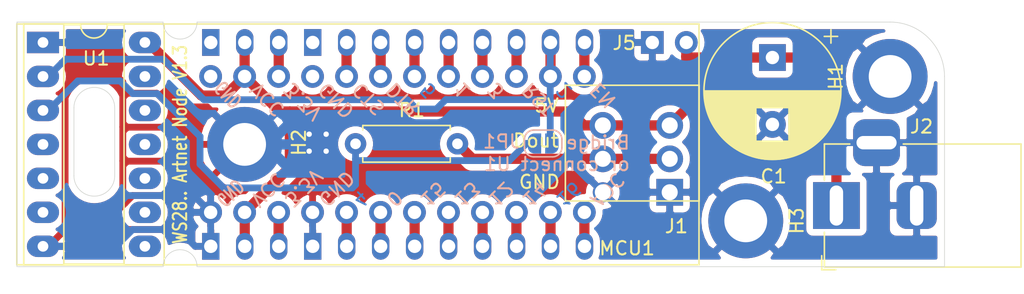
<source format=kicad_pcb>
(kicad_pcb (version 20171130) (host pcbnew "(5.1.4)-1")

  (general
    (thickness 1.6)
    (drawings 41)
    (tracks 175)
    (zones 0)
    (modules 13)
    (nets 25)
  )

  (page A4)
  (layers
    (0 F.Cu signal)
    (31 B.Cu signal)
    (32 B.Adhes user hide)
    (33 F.Adhes user hide)
    (34 B.Paste user hide)
    (35 F.Paste user hide)
    (36 B.SilkS user)
    (37 F.SilkS user)
    (38 B.Mask user)
    (39 F.Mask user)
    (40 Dwgs.User user)
    (41 Cmts.User user hide)
    (42 Eco1.User user hide)
    (43 Eco2.User user hide)
    (44 Edge.Cuts user)
    (45 Margin user hide)
    (46 B.CrtYd user hide)
    (47 F.CrtYd user hide)
    (48 B.Fab user hide)
    (49 F.Fab user hide)
  )

  (setup
    (last_trace_width 0.762)
    (user_trace_width 0.254)
    (user_trace_width 0.508)
    (user_trace_width 0.762)
    (trace_clearance 0.2)
    (zone_clearance 0.508)
    (zone_45_only no)
    (trace_min 0.2)
    (via_size 0.8)
    (via_drill 0.4)
    (via_min_size 0.4)
    (via_min_drill 0.3)
    (uvia_size 0.3)
    (uvia_drill 0.1)
    (uvias_allowed no)
    (uvia_min_size 0.2)
    (uvia_min_drill 0.1)
    (edge_width 0.05)
    (segment_width 0.2)
    (pcb_text_width 0.3)
    (pcb_text_size 1.5 1.5)
    (mod_edge_width 0.12)
    (mod_text_size 1 1)
    (mod_text_width 0.15)
    (pad_size 1.7 1.7)
    (pad_drill 1)
    (pad_to_mask_clearance 0.051)
    (solder_mask_min_width 0.25)
    (aux_axis_origin 0 0)
    (visible_elements 7FFFFFFF)
    (pcbplotparams
      (layerselection 0x010fc_ffffffff)
      (usegerberextensions false)
      (usegerberattributes false)
      (usegerberadvancedattributes false)
      (creategerberjobfile false)
      (excludeedgelayer true)
      (linewidth 0.100000)
      (plotframeref false)
      (viasonmask false)
      (mode 1)
      (useauxorigin false)
      (hpglpennumber 1)
      (hpglpenspeed 20)
      (hpglpendiameter 15.000000)
      (psnegative false)
      (psa4output false)
      (plotreference true)
      (plotvalue true)
      (plotinvisibletext false)
      (padsonsilk false)
      (subtractmaskfromsilk false)
      (outputformat 1)
      (mirror false)
      (drillshape 0)
      (scaleselection 1)
      (outputdirectory "Gerbers 1.2/"))
  )

  (net 0 "")
  (net 1 "Net-(J1-Pad2)")
  (net 2 "Net-(JP1-Pad1)")
  (net 3 /2)
  (net 4 GND)
  (net 5 /9)
  (net 6 /14)
  (net 7 /5)
  (net 8 /25)
  (net 9 /26)
  (net 10 /24)
  (net 11 /18)
  (net 12 /17)
  (net 13 /19)
  (net 14 /20)
  (net 15 /7)
  (net 16 /3)
  (net 17 /16)
  (net 18 /15)
  (net 19 /13)
  (net 20 /12)
  (net 21 /10)
  (net 22 /6)
  (net 23 /8)
  (net 24 /11)

  (net_class Default "This is the default net class."
    (clearance 0.2)
    (trace_width 0.25)
    (via_dia 0.8)
    (via_drill 0.4)
    (uvia_dia 0.3)
    (uvia_drill 0.1)
    (add_net /10)
    (add_net /11)
    (add_net /12)
    (add_net /13)
    (add_net /14)
    (add_net /15)
    (add_net /16)
    (add_net /17)
    (add_net /18)
    (add_net /19)
    (add_net /2)
    (add_net /20)
    (add_net /24)
    (add_net /25)
    (add_net /26)
    (add_net /3)
    (add_net /5)
    (add_net /6)
    (add_net /7)
    (add_net /8)
    (add_net /9)
    (add_net GND)
    (add_net "Net-(J1-Pad2)")
    (add_net "Net-(JP1-Pad1)")
  )

  (module ArtNetNode:GRUNDGEHAEUSE_PTSM_0_5__3_HHI_2_5_THR (layer F.Cu) (tedit 5DD7D0B4) (tstamp 5DD7D595)
    (at 207.02 65.92)
    (path /5DC450C7)
    (fp_text reference J1 (at 3.06 6.24) (layer F.SilkS)
      (effects (font (size 1 1) (thickness 0.15)))
    )
    (fp_text value Conn_01x03 (at 1 5.6 180) (layer F.Fab)
      (effects (font (size 1 1) (thickness 0.15)))
    )
    (fp_text user 5V (at -6.65 -2.78) (layer F.SilkS)
      (effects (font (size 1 1) (thickness 0.15)))
    )
    (fp_text user Dout (at -7.45 -0.16) (layer F.SilkS)
      (effects (font (size 1 1) (thickness 0.15)))
    )
    (fp_text user GND (at -7.18 2.93 180) (layer F.SilkS)
      (effects (font (size 1 1) (thickness 0.15)))
    )
    (fp_line (start 4.76 -4.3) (end 4.76 4.35) (layer F.SilkS) (width 0.12))
    (fp_line (start 4.76 4.35) (end -5.24 4.35) (layer F.SilkS) (width 0.12))
    (fp_line (start 4.76 -4.3) (end -5.24 -4.3) (layer F.SilkS) (width 0.12))
    (fp_line (start -5.24 -4.3) (end -5.24 4.35) (layer F.SilkS) (width 0.12))
    (pad 1 thru_hole circle (at 2.56 -1.3 270) (size 2 2) (drill 1.2) (layers *.Cu *.Mask)
      (net 3 /2))
    (pad 2 thru_hole circle (at 2.56 1.2 270) (size 2 2) (drill 1.2) (layers *.Cu *.Mask)
      (net 1 "Net-(J1-Pad2)"))
    (pad 3 thru_hole rect (at 2.56 3.7 270) (size 2 2) (drill 1.2) (layers *.Cu *.Mask)
      (net 4 GND))
    (pad 3 thru_hole circle (at -2.44 3.7 270) (size 1.5 1.5) (drill 1.2) (layers *.Cu *.Mask)
      (net 4 GND))
    (pad 2 thru_hole circle (at -2.44 1.2 270) (size 2 2) (drill 1.2) (layers *.Cu *.Mask)
      (net 1 "Net-(J1-Pad2)"))
    (pad 1 thru_hole circle (at -2.44 -1.3 270) (size 2 2) (drill 1.2) (layers *.Cu *.Mask)
      (net 3 /2))
  )

  (module Capacitor_THT:CP_Radial_D10.0mm_P5.00mm (layer F.Cu) (tedit 5DD59296) (tstamp 5DD5A54C)
    (at 217.2596 59.546 270)
    (descr "CP, Radial series, Radial, pin pitch=5.00mm, , diameter=10mm, Electrolytic Capacitor")
    (tags "CP Radial series Radial pin pitch 5.00mm  diameter 10mm Electrolytic Capacitor")
    (path /5DC690AB)
    (fp_text reference C1 (at 8.89 -0.0889 180) (layer F.SilkS)
      (effects (font (size 1 1) (thickness 0.15)))
    )
    (fp_text value CP (at 2.5 6.25 270) (layer F.Fab)
      (effects (font (size 1 1) (thickness 0.15)))
    )
    (fp_circle (center 2.5 0) (end 7.5 0) (layer F.Fab) (width 0.1))
    (fp_circle (center 2.5 0) (end 7.62 0) (layer F.SilkS) (width 0.12))
    (fp_circle (center 2.5 0) (end 7.75 0) (layer F.CrtYd) (width 0.05))
    (fp_line (start -1.788861 -2.1875) (end -0.788861 -2.1875) (layer F.Fab) (width 0.1))
    (fp_line (start -1.288861 -2.6875) (end -1.288861 -1.6875) (layer F.Fab) (width 0.1))
    (fp_line (start 2.5 -5.08) (end 2.5 5.08) (layer F.SilkS) (width 0.12))
    (fp_line (start 2.54 -5.08) (end 2.54 5.08) (layer F.SilkS) (width 0.12))
    (fp_line (start 2.58 -5.08) (end 2.58 5.08) (layer F.SilkS) (width 0.12))
    (fp_line (start 2.62 -5.079) (end 2.62 5.079) (layer F.SilkS) (width 0.12))
    (fp_line (start 2.66 -5.078) (end 2.66 5.078) (layer F.SilkS) (width 0.12))
    (fp_line (start 2.7 -5.077) (end 2.7 5.077) (layer F.SilkS) (width 0.12))
    (fp_line (start 2.74 -5.075) (end 2.74 5.075) (layer F.SilkS) (width 0.12))
    (fp_line (start 2.78 -5.073) (end 2.78 5.073) (layer F.SilkS) (width 0.12))
    (fp_line (start 2.82 -5.07) (end 2.82 5.07) (layer F.SilkS) (width 0.12))
    (fp_line (start 2.86 -5.068) (end 2.86 5.068) (layer F.SilkS) (width 0.12))
    (fp_line (start 2.9 -5.065) (end 2.9 5.065) (layer F.SilkS) (width 0.12))
    (fp_line (start 2.94 -5.062) (end 2.94 5.062) (layer F.SilkS) (width 0.12))
    (fp_line (start 2.98 -5.058) (end 2.98 5.058) (layer F.SilkS) (width 0.12))
    (fp_line (start 3.02 -5.054) (end 3.02 5.054) (layer F.SilkS) (width 0.12))
    (fp_line (start 3.06 -5.05) (end 3.06 5.05) (layer F.SilkS) (width 0.12))
    (fp_line (start 3.1 -5.045) (end 3.1 5.045) (layer F.SilkS) (width 0.12))
    (fp_line (start 3.14 -5.04) (end 3.14 5.04) (layer F.SilkS) (width 0.12))
    (fp_line (start 3.18 -5.035) (end 3.18 5.035) (layer F.SilkS) (width 0.12))
    (fp_line (start 3.221 -5.03) (end 3.221 5.03) (layer F.SilkS) (width 0.12))
    (fp_line (start 3.261 -5.024) (end 3.261 5.024) (layer F.SilkS) (width 0.12))
    (fp_line (start 3.301 -5.018) (end 3.301 5.018) (layer F.SilkS) (width 0.12))
    (fp_line (start 3.341 -5.011) (end 3.341 5.011) (layer F.SilkS) (width 0.12))
    (fp_line (start 3.381 -5.004) (end 3.381 5.004) (layer F.SilkS) (width 0.12))
    (fp_line (start 3.421 -4.997) (end 3.421 4.997) (layer F.SilkS) (width 0.12))
    (fp_line (start 3.461 -4.99) (end 3.461 4.99) (layer F.SilkS) (width 0.12))
    (fp_line (start 3.501 -4.982) (end 3.501 4.982) (layer F.SilkS) (width 0.12))
    (fp_line (start 3.541 -4.974) (end 3.541 4.974) (layer F.SilkS) (width 0.12))
    (fp_line (start 3.581 -4.965) (end 3.581 4.965) (layer F.SilkS) (width 0.12))
    (fp_line (start 3.621 -4.956) (end 3.621 4.956) (layer F.SilkS) (width 0.12))
    (fp_line (start 3.661 -4.947) (end 3.661 4.947) (layer F.SilkS) (width 0.12))
    (fp_line (start 3.701 -4.938) (end 3.701 4.938) (layer F.SilkS) (width 0.12))
    (fp_line (start 3.741 -4.928) (end 3.741 4.928) (layer F.SilkS) (width 0.12))
    (fp_line (start 3.781 -4.918) (end 3.781 -1.241) (layer F.SilkS) (width 0.12))
    (fp_line (start 3.781 1.241) (end 3.781 4.918) (layer F.SilkS) (width 0.12))
    (fp_line (start 3.821 -4.907) (end 3.821 -1.241) (layer F.SilkS) (width 0.12))
    (fp_line (start 3.821 1.241) (end 3.821 4.907) (layer F.SilkS) (width 0.12))
    (fp_line (start 3.861 -4.897) (end 3.861 -1.241) (layer F.SilkS) (width 0.12))
    (fp_line (start 3.861 1.241) (end 3.861 4.897) (layer F.SilkS) (width 0.12))
    (fp_line (start 3.901 -4.885) (end 3.901 -1.241) (layer F.SilkS) (width 0.12))
    (fp_line (start 3.901 1.241) (end 3.901 4.885) (layer F.SilkS) (width 0.12))
    (fp_line (start 3.941 -4.874) (end 3.941 -1.241) (layer F.SilkS) (width 0.12))
    (fp_line (start 3.941 1.241) (end 3.941 4.874) (layer F.SilkS) (width 0.12))
    (fp_line (start 3.981 -4.862) (end 3.981 -1.241) (layer F.SilkS) (width 0.12))
    (fp_line (start 3.981 1.241) (end 3.981 4.862) (layer F.SilkS) (width 0.12))
    (fp_line (start 4.021 -4.85) (end 4.021 -1.241) (layer F.SilkS) (width 0.12))
    (fp_line (start 4.021 1.241) (end 4.021 4.85) (layer F.SilkS) (width 0.12))
    (fp_line (start 4.061 -4.837) (end 4.061 -1.241) (layer F.SilkS) (width 0.12))
    (fp_line (start 4.061 1.241) (end 4.061 4.837) (layer F.SilkS) (width 0.12))
    (fp_line (start 4.101 -4.824) (end 4.101 -1.241) (layer F.SilkS) (width 0.12))
    (fp_line (start 4.101 1.241) (end 4.101 4.824) (layer F.SilkS) (width 0.12))
    (fp_line (start 4.141 -4.811) (end 4.141 -1.241) (layer F.SilkS) (width 0.12))
    (fp_line (start 4.141 1.241) (end 4.141 4.811) (layer F.SilkS) (width 0.12))
    (fp_line (start 4.181 -4.797) (end 4.181 -1.241) (layer F.SilkS) (width 0.12))
    (fp_line (start 4.181 1.241) (end 4.181 4.797) (layer F.SilkS) (width 0.12))
    (fp_line (start 4.221 -4.783) (end 4.221 -1.241) (layer F.SilkS) (width 0.12))
    (fp_line (start 4.221 1.241) (end 4.221 4.783) (layer F.SilkS) (width 0.12))
    (fp_line (start 4.261 -4.768) (end 4.261 -1.241) (layer F.SilkS) (width 0.12))
    (fp_line (start 4.261 1.241) (end 4.261 4.768) (layer F.SilkS) (width 0.12))
    (fp_line (start 4.301 -4.754) (end 4.301 -1.241) (layer F.SilkS) (width 0.12))
    (fp_line (start 4.301 1.241) (end 4.301 4.754) (layer F.SilkS) (width 0.12))
    (fp_line (start 4.341 -4.738) (end 4.341 -1.241) (layer F.SilkS) (width 0.12))
    (fp_line (start 4.341 1.241) (end 4.341 4.738) (layer F.SilkS) (width 0.12))
    (fp_line (start 4.381 -4.723) (end 4.381 -1.241) (layer F.SilkS) (width 0.12))
    (fp_line (start 4.381 1.241) (end 4.381 4.723) (layer F.SilkS) (width 0.12))
    (fp_line (start 4.421 -4.707) (end 4.421 -1.241) (layer F.SilkS) (width 0.12))
    (fp_line (start 4.421 1.241) (end 4.421 4.707) (layer F.SilkS) (width 0.12))
    (fp_line (start 4.461 -4.69) (end 4.461 -1.241) (layer F.SilkS) (width 0.12))
    (fp_line (start 4.461 1.241) (end 4.461 4.69) (layer F.SilkS) (width 0.12))
    (fp_line (start 4.501 -4.674) (end 4.501 -1.241) (layer F.SilkS) (width 0.12))
    (fp_line (start 4.501 1.241) (end 4.501 4.674) (layer F.SilkS) (width 0.12))
    (fp_line (start 4.541 -4.657) (end 4.541 -1.241) (layer F.SilkS) (width 0.12))
    (fp_line (start 4.541 1.241) (end 4.541 4.657) (layer F.SilkS) (width 0.12))
    (fp_line (start 4.581 -4.639) (end 4.581 -1.241) (layer F.SilkS) (width 0.12))
    (fp_line (start 4.581 1.241) (end 4.581 4.639) (layer F.SilkS) (width 0.12))
    (fp_line (start 4.621 -4.621) (end 4.621 -1.241) (layer F.SilkS) (width 0.12))
    (fp_line (start 4.621 1.241) (end 4.621 4.621) (layer F.SilkS) (width 0.12))
    (fp_line (start 4.661 -4.603) (end 4.661 -1.241) (layer F.SilkS) (width 0.12))
    (fp_line (start 4.661 1.241) (end 4.661 4.603) (layer F.SilkS) (width 0.12))
    (fp_line (start 4.701 -4.584) (end 4.701 -1.241) (layer F.SilkS) (width 0.12))
    (fp_line (start 4.701 1.241) (end 4.701 4.584) (layer F.SilkS) (width 0.12))
    (fp_line (start 4.741 -4.564) (end 4.741 -1.241) (layer F.SilkS) (width 0.12))
    (fp_line (start 4.741 1.241) (end 4.741 4.564) (layer F.SilkS) (width 0.12))
    (fp_line (start 4.781 -4.545) (end 4.781 -1.241) (layer F.SilkS) (width 0.12))
    (fp_line (start 4.781 1.241) (end 4.781 4.545) (layer F.SilkS) (width 0.12))
    (fp_line (start 4.821 -4.525) (end 4.821 -1.241) (layer F.SilkS) (width 0.12))
    (fp_line (start 4.821 1.241) (end 4.821 4.525) (layer F.SilkS) (width 0.12))
    (fp_line (start 4.861 -4.504) (end 4.861 -1.241) (layer F.SilkS) (width 0.12))
    (fp_line (start 4.861 1.241) (end 4.861 4.504) (layer F.SilkS) (width 0.12))
    (fp_line (start 4.901 -4.483) (end 4.901 -1.241) (layer F.SilkS) (width 0.12))
    (fp_line (start 4.901 1.241) (end 4.901 4.483) (layer F.SilkS) (width 0.12))
    (fp_line (start 4.941 -4.462) (end 4.941 -1.241) (layer F.SilkS) (width 0.12))
    (fp_line (start 4.941 1.241) (end 4.941 4.462) (layer F.SilkS) (width 0.12))
    (fp_line (start 4.981 -4.44) (end 4.981 -1.241) (layer F.SilkS) (width 0.12))
    (fp_line (start 4.981 1.241) (end 4.981 4.44) (layer F.SilkS) (width 0.12))
    (fp_line (start 5.021 -4.417) (end 5.021 -1.241) (layer F.SilkS) (width 0.12))
    (fp_line (start 5.021 1.241) (end 5.021 4.417) (layer F.SilkS) (width 0.12))
    (fp_line (start 5.061 -4.395) (end 5.061 -1.241) (layer F.SilkS) (width 0.12))
    (fp_line (start 5.061 1.241) (end 5.061 4.395) (layer F.SilkS) (width 0.12))
    (fp_line (start 5.101 -4.371) (end 5.101 -1.241) (layer F.SilkS) (width 0.12))
    (fp_line (start 5.101 1.241) (end 5.101 4.371) (layer F.SilkS) (width 0.12))
    (fp_line (start 5.141 -4.347) (end 5.141 -1.241) (layer F.SilkS) (width 0.12))
    (fp_line (start 5.141 1.241) (end 5.141 4.347) (layer F.SilkS) (width 0.12))
    (fp_line (start 5.181 -4.323) (end 5.181 -1.241) (layer F.SilkS) (width 0.12))
    (fp_line (start 5.181 1.241) (end 5.181 4.323) (layer F.SilkS) (width 0.12))
    (fp_line (start 5.221 -4.298) (end 5.221 -1.241) (layer F.SilkS) (width 0.12))
    (fp_line (start 5.221 1.241) (end 5.221 4.298) (layer F.SilkS) (width 0.12))
    (fp_line (start 5.261 -4.273) (end 5.261 -1.241) (layer F.SilkS) (width 0.12))
    (fp_line (start 5.261 1.241) (end 5.261 4.273) (layer F.SilkS) (width 0.12))
    (fp_line (start 5.301 -4.247) (end 5.301 -1.241) (layer F.SilkS) (width 0.12))
    (fp_line (start 5.301 1.241) (end 5.301 4.247) (layer F.SilkS) (width 0.12))
    (fp_line (start 5.341 -4.221) (end 5.341 -1.241) (layer F.SilkS) (width 0.12))
    (fp_line (start 5.341 1.241) (end 5.341 4.221) (layer F.SilkS) (width 0.12))
    (fp_line (start 5.381 -4.194) (end 5.381 -1.241) (layer F.SilkS) (width 0.12))
    (fp_line (start 5.381 1.241) (end 5.381 4.194) (layer F.SilkS) (width 0.12))
    (fp_line (start 5.421 -4.166) (end 5.421 -1.241) (layer F.SilkS) (width 0.12))
    (fp_line (start 5.421 1.241) (end 5.421 4.166) (layer F.SilkS) (width 0.12))
    (fp_line (start 5.461 -4.138) (end 5.461 -1.241) (layer F.SilkS) (width 0.12))
    (fp_line (start 5.461 1.241) (end 5.461 4.138) (layer F.SilkS) (width 0.12))
    (fp_line (start 5.501 -4.11) (end 5.501 -1.241) (layer F.SilkS) (width 0.12))
    (fp_line (start 5.501 1.241) (end 5.501 4.11) (layer F.SilkS) (width 0.12))
    (fp_line (start 5.541 -4.08) (end 5.541 -1.241) (layer F.SilkS) (width 0.12))
    (fp_line (start 5.541 1.241) (end 5.541 4.08) (layer F.SilkS) (width 0.12))
    (fp_line (start 5.581 -4.05) (end 5.581 -1.241) (layer F.SilkS) (width 0.12))
    (fp_line (start 5.581 1.241) (end 5.581 4.05) (layer F.SilkS) (width 0.12))
    (fp_line (start 5.621 -4.02) (end 5.621 -1.241) (layer F.SilkS) (width 0.12))
    (fp_line (start 5.621 1.241) (end 5.621 4.02) (layer F.SilkS) (width 0.12))
    (fp_line (start 5.661 -3.989) (end 5.661 -1.241) (layer F.SilkS) (width 0.12))
    (fp_line (start 5.661 1.241) (end 5.661 3.989) (layer F.SilkS) (width 0.12))
    (fp_line (start 5.701 -3.957) (end 5.701 -1.241) (layer F.SilkS) (width 0.12))
    (fp_line (start 5.701 1.241) (end 5.701 3.957) (layer F.SilkS) (width 0.12))
    (fp_line (start 5.741 -3.925) (end 5.741 -1.241) (layer F.SilkS) (width 0.12))
    (fp_line (start 5.741 1.241) (end 5.741 3.925) (layer F.SilkS) (width 0.12))
    (fp_line (start 5.781 -3.892) (end 5.781 -1.241) (layer F.SilkS) (width 0.12))
    (fp_line (start 5.781 1.241) (end 5.781 3.892) (layer F.SilkS) (width 0.12))
    (fp_line (start 5.821 -3.858) (end 5.821 -1.241) (layer F.SilkS) (width 0.12))
    (fp_line (start 5.821 1.241) (end 5.821 3.858) (layer F.SilkS) (width 0.12))
    (fp_line (start 5.861 -3.824) (end 5.861 -1.241) (layer F.SilkS) (width 0.12))
    (fp_line (start 5.861 1.241) (end 5.861 3.824) (layer F.SilkS) (width 0.12))
    (fp_line (start 5.901 -3.789) (end 5.901 -1.241) (layer F.SilkS) (width 0.12))
    (fp_line (start 5.901 1.241) (end 5.901 3.789) (layer F.SilkS) (width 0.12))
    (fp_line (start 5.941 -3.753) (end 5.941 -1.241) (layer F.SilkS) (width 0.12))
    (fp_line (start 5.941 1.241) (end 5.941 3.753) (layer F.SilkS) (width 0.12))
    (fp_line (start 5.981 -3.716) (end 5.981 -1.241) (layer F.SilkS) (width 0.12))
    (fp_line (start 5.981 1.241) (end 5.981 3.716) (layer F.SilkS) (width 0.12))
    (fp_line (start 6.021 -3.679) (end 6.021 -1.241) (layer F.SilkS) (width 0.12))
    (fp_line (start 6.021 1.241) (end 6.021 3.679) (layer F.SilkS) (width 0.12))
    (fp_line (start 6.061 -3.64) (end 6.061 -1.241) (layer F.SilkS) (width 0.12))
    (fp_line (start 6.061 1.241) (end 6.061 3.64) (layer F.SilkS) (width 0.12))
    (fp_line (start 6.101 -3.601) (end 6.101 -1.241) (layer F.SilkS) (width 0.12))
    (fp_line (start 6.101 1.241) (end 6.101 3.601) (layer F.SilkS) (width 0.12))
    (fp_line (start 6.141 -3.561) (end 6.141 -1.241) (layer F.SilkS) (width 0.12))
    (fp_line (start 6.141 1.241) (end 6.141 3.561) (layer F.SilkS) (width 0.12))
    (fp_line (start 6.181 -3.52) (end 6.181 -1.241) (layer F.SilkS) (width 0.12))
    (fp_line (start 6.181 1.241) (end 6.181 3.52) (layer F.SilkS) (width 0.12))
    (fp_line (start 6.221 -3.478) (end 6.221 -1.241) (layer F.SilkS) (width 0.12))
    (fp_line (start 6.221 1.241) (end 6.221 3.478) (layer F.SilkS) (width 0.12))
    (fp_line (start 6.261 -3.436) (end 6.261 3.436) (layer F.SilkS) (width 0.12))
    (fp_line (start 6.301 -3.392) (end 6.301 3.392) (layer F.SilkS) (width 0.12))
    (fp_line (start 6.341 -3.347) (end 6.341 3.347) (layer F.SilkS) (width 0.12))
    (fp_line (start 6.381 -3.301) (end 6.381 3.301) (layer F.SilkS) (width 0.12))
    (fp_line (start 6.421 -3.254) (end 6.421 3.254) (layer F.SilkS) (width 0.12))
    (fp_line (start 6.461 -3.206) (end 6.461 3.206) (layer F.SilkS) (width 0.12))
    (fp_line (start 6.501 -3.156) (end 6.501 3.156) (layer F.SilkS) (width 0.12))
    (fp_line (start 6.541 -3.106) (end 6.541 3.106) (layer F.SilkS) (width 0.12))
    (fp_line (start 6.581 -3.054) (end 6.581 3.054) (layer F.SilkS) (width 0.12))
    (fp_line (start 6.621 -3) (end 6.621 3) (layer F.SilkS) (width 0.12))
    (fp_line (start 6.661 -2.945) (end 6.661 2.945) (layer F.SilkS) (width 0.12))
    (fp_line (start 6.701 -2.889) (end 6.701 2.889) (layer F.SilkS) (width 0.12))
    (fp_line (start 6.741 -2.83) (end 6.741 2.83) (layer F.SilkS) (width 0.12))
    (fp_line (start 6.781 -2.77) (end 6.781 2.77) (layer F.SilkS) (width 0.12))
    (fp_line (start 6.821 -2.709) (end 6.821 2.709) (layer F.SilkS) (width 0.12))
    (fp_line (start 6.861 -2.645) (end 6.861 2.645) (layer F.SilkS) (width 0.12))
    (fp_line (start 6.901 -2.579) (end 6.901 2.579) (layer F.SilkS) (width 0.12))
    (fp_line (start 6.941 -2.51) (end 6.941 2.51) (layer F.SilkS) (width 0.12))
    (fp_line (start 6.981 -2.439) (end 6.981 2.439) (layer F.SilkS) (width 0.12))
    (fp_line (start 7.021 -2.365) (end 7.021 2.365) (layer F.SilkS) (width 0.12))
    (fp_line (start 7.061 -2.289) (end 7.061 2.289) (layer F.SilkS) (width 0.12))
    (fp_line (start 7.101 -2.209) (end 7.101 2.209) (layer F.SilkS) (width 0.12))
    (fp_line (start 7.141 -2.125) (end 7.141 2.125) (layer F.SilkS) (width 0.12))
    (fp_line (start 7.181 -2.037) (end 7.181 2.037) (layer F.SilkS) (width 0.12))
    (fp_line (start 7.221 -1.944) (end 7.221 1.944) (layer F.SilkS) (width 0.12))
    (fp_line (start 7.261 -1.846) (end 7.261 1.846) (layer F.SilkS) (width 0.12))
    (fp_line (start 7.301 -1.742) (end 7.301 1.742) (layer F.SilkS) (width 0.12))
    (fp_line (start 7.341 -1.63) (end 7.341 1.63) (layer F.SilkS) (width 0.12))
    (fp_line (start 7.381 -1.51) (end 7.381 1.51) (layer F.SilkS) (width 0.12))
    (fp_line (start 7.421 -1.378) (end 7.421 1.378) (layer F.SilkS) (width 0.12))
    (fp_line (start 7.461 -1.23) (end 7.461 1.23) (layer F.SilkS) (width 0.12))
    (fp_line (start 7.501 -1.062) (end 7.501 1.062) (layer F.SilkS) (width 0.12))
    (fp_line (start 7.541 -0.862) (end 7.541 0.862) (layer F.SilkS) (width 0.12))
    (fp_line (start 7.581 -0.599) (end 7.581 0.599) (layer F.SilkS) (width 0.12))
    (fp_line (start -2.079646 -4.375) (end -1.079646 -4.375) (layer F.SilkS) (width 0.12))
    (fp_line (start -1.579646 -4.875) (end -1.579646 -3.875) (layer F.SilkS) (width 0.12))
    (fp_text user %R (at 2.5 0 270) (layer F.Fab)
      (effects (font (size 1 1) (thickness 0.15)))
    )
    (pad 1 thru_hole rect (at 0 0 270) (size 2 2) (drill 1) (layers *.Cu *.Mask)
      (net 3 /2))
    (pad 2 thru_hole circle (at 5 0 270) (size 2 2) (drill 1) (layers *.Cu *.Mask)
      (net 4 GND))
    (model ${KISYS3DMOD}/Capacitor_THT.3dshapes/CP_Radial_D10.0mm_P5.00mm.wrl
      (at (xyz 0 0 0))
      (scale (xyz 1 1 1))
      (rotate (xyz 0 0 0))
    )
  )

  (module Connector_PinSocket_2.54mm:PinSocket_1x02_P2.54mm_Vertical (layer F.Cu) (tedit 5DD586D1) (tstamp 5DD59717)
    (at 208.28 58.42 90)
    (descr "Through hole straight socket strip, 1x02, 2.54mm pitch, single row (from Kicad 4.0.7), script generated")
    (tags "Through hole socket strip THT 1x02 2.54mm single row")
    (path /5DD59322)
    (fp_text reference J5 (at -0.04 -2.11) (layer F.SilkS)
      (effects (font (size 1 1) (thickness 0.15)))
    )
    (fp_text value Conn_01x02 (at 0 5.31 90) (layer F.Fab)
      (effects (font (size 1 1) (thickness 0.15)))
    )
    (fp_text user %R (at 0 1.27) (layer F.Fab)
      (effects (font (size 1 1) (thickness 0.15)))
    )
    (fp_line (start -1.27 3.81) (end -1.27 -1.27) (layer F.Fab) (width 0.1))
    (fp_line (start 1.27 3.81) (end -1.27 3.81) (layer F.Fab) (width 0.1))
    (fp_line (start 1.27 -0.635) (end 1.27 3.81) (layer F.Fab) (width 0.1))
    (fp_line (start 0.635 -1.27) (end 1.27 -0.635) (layer F.Fab) (width 0.1))
    (fp_line (start -1.27 -1.27) (end 0.635 -1.27) (layer F.Fab) (width 0.1))
    (pad 2 thru_hole oval (at 0 2.54 90) (size 1.7 1.7) (drill 1) (layers *.Cu *.Mask)
      (net 3 /2))
    (pad 1 thru_hole rect (at 0 0 90) (size 1.7 1.7) (drill 1) (layers *.Cu *.Mask)
      (net 4 GND))
    (model ${KISYS3DMOD}/Connector_PinSocket_2.54mm.3dshapes/PinSocket_1x02_P2.54mm_Vertical.wrl
      (at (xyz 0 0 0))
      (scale (xyz 1 1 1))
      (rotate (xyz 0 0 0))
    )
  )

  (module MountingHole:MountingHole_3.2mm_M3_DIN965_Pad (layer F.Cu) (tedit 56D1B4CB) (tstamp 5DD590B2)
    (at 177.8 66.04)
    (descr "Mounting Hole 3.2mm, M3, DIN965")
    (tags "mounting hole 3.2mm m3 din965")
    (path /5DD69A5A)
    (attr virtual)
    (fp_text reference H2 (at 4.06 -0.14 90) (layer F.SilkS)
      (effects (font (size 1 1) (thickness 0.15)))
    )
    (fp_text value MountingHole_Pad (at 0 3.8) (layer F.Fab)
      (effects (font (size 1 1) (thickness 0.15)))
    )
    (fp_circle (center 0 0) (end 3.05 0) (layer F.CrtYd) (width 0.05))
    (fp_circle (center 0 0) (end 2.8 0) (layer Cmts.User) (width 0.15))
    (fp_text user %R (at 0.3 0) (layer F.Fab)
      (effects (font (size 1 1) (thickness 0.15)))
    )
    (pad 1 thru_hole circle (at 0 0) (size 5.6 5.6) (drill 3.2) (layers *.Cu *.Mask)
      (net 4 GND))
  )

  (module ArtNetNode:Heltec_Wifi_Kit_8 (layer F.Cu) (tedit 5DD581BE) (tstamp 5DD5AD43)
    (at 160.77 75.04)
    (path /5DC4EA0E)
    (fp_text reference MCU1 (at 45.62 -1.23) (layer F.SilkS)
      (effects (font (size 1 1) (thickness 0.15)))
    )
    (fp_text value WiFi_Kit_8 (at 29.21 -19.05) (layer F.Fab)
      (effects (font (size 1 1) (thickness 0.15)))
    )
    (fp_line (start 0 0) (end 51 0) (layer F.SilkS) (width 0.12))
    (fp_line (start 0 0) (end 0 -18) (layer F.SilkS) (width 0.12))
    (fp_line (start 0 -18) (end 51 -18) (layer F.SilkS) (width 0.12))
    (fp_line (start 51 0) (end 51 -18) (layer F.SilkS) (width 0.12))
    (pad 26 thru_hole oval (at 32.28 -16.62) (size 1.3 2) (drill 1) (layers *.Cu *.Mask)
      (net 9 /26))
    (pad 25 thru_hole oval (at 34.82 -16.62) (size 1.3 2) (drill 1) (layers *.Cu *.Mask)
      (net 8 /25))
    (pad 24 thru_hole oval (at 29.74 -16.62) (size 1.3 2) (drill 1) (layers *.Cu *.Mask)
      (net 10 /24))
    (pad 21 thru_hole oval (at 17.04 -16.62) (size 1.3 2) (drill 1) (layers *.Cu *.Mask)
      (net 3 /2))
    (pad 20 thru_hole oval (at 19.58 -16.62) (size 1.3 2) (drill 1) (layers *.Cu *.Mask)
      (net 14 /20))
    (pad 19 thru_hole rect (at 22.12 -16.62) (size 1.3 2) (drill 1) (layers *.Cu *.Mask)
      (net 13 /19))
    (pad 18 thru_hole oval (at 27.2 -16.62) (size 1.3 2) (drill 1) (layers *.Cu *.Mask)
      (net 11 /18))
    (pad 17 thru_hole oval (at 24.66 -16.62) (size 1.3 2) (drill 1) (layers *.Cu *.Mask)
      (net 12 /17))
    (pad 16 thru_hole oval (at 24.66 -1.38) (size 1.3 2) (drill 1) (layers *.Cu *.Mask)
      (net 17 /16))
    (pad 15 thru_hole oval (at 27.2 -1.38) (size 1.3 2) (drill 1) (layers *.Cu *.Mask)
      (net 18 /15))
    (pad 14 thru_hole oval (at 39.9 -16.62) (size 1.3 2) (drill 1) (layers *.Cu *.Mask)
      (net 6 /14))
    (pad 13 thru_hole oval (at 29.74 -1.38) (size 1.3 2) (drill 1) (layers *.Cu *.Mask)
      (net 19 /13))
    (pad 12 thru_hole oval (at 32.28 -1.38) (size 1.3 2) (drill 1) (layers *.Cu *.Mask)
      (net 20 /12))
    (pad 11 thru_hole oval (at 42.44 -1.38) (size 1.3 2) (drill 1) (layers *.Cu *.Mask)
      (net 24 /11))
    (pad 10 thru_hole oval (at 34.82 -1.38) (size 1.3 2) (drill 1) (layers *.Cu *.Mask)
      (net 21 /10))
    (pad 9 thru_hole oval (at 42.44 -16.62) (size 1.3 2) (drill 1) (layers *.Cu *.Mask)
      (net 5 /9))
    (pad 8 thru_hole oval (at 39.9 -1.38) (size 1.3 2) (drill 1) (layers *.Cu *.Mask)
      (net 23 /8))
    (pad 7 thru_hole rect (at 14.5 -16.62) (size 1.3 2) (drill 1) (layers *.Cu *.Mask)
      (net 15 /7))
    (pad 6 thru_hole oval (at 37.36 -1.38) (size 1.3 2) (drill 1) (layers *.Cu *.Mask)
      (net 22 /6))
    (pad 5 thru_hole oval (at 37.36 -16.62) (size 1.3 2) (drill 1) (layers *.Cu *.Mask)
      (net 7 /5))
    (pad 4 thru_hole rect (at 22.12 -1.38) (size 1.3 2) (drill 1) (layers *.Cu *.Mask)
      (net 4 GND))
    (pad 3 thru_hole oval (at 19.58 -1.38) (size 1.3 2) (drill 1) (layers *.Cu *.Mask)
      (net 16 /3))
    (pad 2 thru_hole oval (at 17.04 -1.38) (size 1.3 2) (drill 1) (layers *.Cu *.Mask)
      (net 3 /2))
    (pad 1 thru_hole rect (at 14.5 -1.38) (size 1.3 2) (drill 1) (layers *.Cu *.Mask)
      (net 4 GND))
  )

  (module Connector_PinHeader_2.54mm:PinHeader_1x12_P2.54mm_Vertical (layer B.Cu) (tedit 5DD577F5) (tstamp 5DD5DD34)
    (at 175.26 60.96 270)
    (descr "Through hole straight pin header, 1x12, 2.54mm pitch, single row")
    (tags "Through hole pin header THT 1x12 2.54mm single row")
    (path /5DD5AB62)
    (fp_text reference GND (at 0.508 -0.508 135 unlocked) (layer B.SilkS)
      (effects (font (size 1 0.7) (thickness 0.15)) (justify left mirror))
    )
    (fp_text value Conn_01x12 (at 0 -30.27 270) (layer B.Fab)
      (effects (font (size 1 1) (thickness 0.15)) (justify mirror))
    )
    (fp_text user %R (at 0 -13.97 180) (layer B.Fab)
      (effects (font (size 1 1) (thickness 0.15)) (justify mirror))
    )
    (fp_line (start 1.8 1.8) (end -1.8 1.8) (layer B.CrtYd) (width 0.05))
    (fp_line (start 1.8 -29.75) (end 1.8 1.8) (layer B.CrtYd) (width 0.05))
    (fp_line (start -1.8 -29.75) (end 1.8 -29.75) (layer B.CrtYd) (width 0.05))
    (fp_line (start -1.8 1.8) (end -1.8 -29.75) (layer B.CrtYd) (width 0.05))
    (fp_line (start -1.27 0.635) (end -0.635 1.27) (layer B.Fab) (width 0.1))
    (fp_line (start -1.27 -29.21) (end -1.27 0.635) (layer B.Fab) (width 0.1))
    (fp_line (start 1.27 -29.21) (end -1.27 -29.21) (layer B.Fab) (width 0.1))
    (fp_line (start 1.27 1.27) (end 1.27 -29.21) (layer B.Fab) (width 0.1))
    (fp_line (start -0.635 1.27) (end 1.27 1.27) (layer B.Fab) (width 0.1))
    (pad 12 thru_hole oval (at 0 -27.94 270) (size 1.7 1.7) (drill 1) (layers *.Cu *.Mask)
      (net 5 /9))
    (pad 11 thru_hole oval (at 0 -25.4 270) (size 1.7 1.7) (drill 1) (layers *.Cu *.Mask)
      (net 6 /14))
    (pad 10 thru_hole oval (at 0 -22.86 270) (size 1.7 1.7) (drill 1) (layers *.Cu *.Mask)
      (net 7 /5))
    (pad 9 thru_hole oval (at 0 -20.32 270) (size 1.7 1.7) (drill 1) (layers *.Cu *.Mask)
      (net 8 /25))
    (pad 8 thru_hole oval (at 0 -17.78 270) (size 1.7 1.7) (drill 1) (layers *.Cu *.Mask)
      (net 9 /26))
    (pad 7 thru_hole oval (at 0 -15.24 270) (size 1.7 1.7) (drill 1) (layers *.Cu *.Mask)
      (net 10 /24))
    (pad 6 thru_hole oval (at 0 -12.7 270) (size 1.7 1.7) (drill 1) (layers *.Cu *.Mask)
      (net 11 /18))
    (pad 5 thru_hole oval (at 0 -10.16 270) (size 1.7 1.7) (drill 1) (layers *.Cu *.Mask)
      (net 12 /17))
    (pad 4 thru_hole oval (at 0 -7.62 270) (size 1.7 1.7) (drill 1) (layers *.Cu *.Mask)
      (net 13 /19))
    (pad 3 thru_hole oval (at 0 -5.08 270) (size 1.7 1.7) (drill 1) (layers *.Cu *.Mask)
      (net 14 /20))
    (pad 2 thru_hole oval (at 0 -2.54 270) (size 1.7 1.7) (drill 1) (layers *.Cu *.Mask)
      (net 3 /2))
    (pad 1 thru_hole circle (at 0 0 270) (size 1.7 1.7) (drill 1) (layers *.Cu *.Mask)
      (net 15 /7))
    (model ${KISYS3DMOD}/Connector_PinHeader_2.54mm.3dshapes/PinHeader_1x12_P2.54mm_Vertical.wrl
      (at (xyz 0 0 0))
      (scale (xyz 1 1 1))
      (rotate (xyz 0 0 0))
    )
  )

  (module Connector_PinHeader_2.54mm:PinHeader_1x12_P2.54mm_Vertical (layer B.Cu) (tedit 5DD577DB) (tstamp 5DD5A7CD)
    (at 203.2 71.12 90)
    (descr "Through hole straight pin header, 1x12, 2.54mm pitch, single row")
    (tags "Through hole pin header THT 1x12 2.54mm single row")
    (path /5DD57026)
    (fp_text reference ADC (at 0.635 0.635 225 unlocked) (layer B.SilkS)
      (effects (font (size 1 1) (thickness 0.15)) (justify left mirror))
    )
    (fp_text value Conn_01x12 (at 0 -30.27 90) (layer B.Fab)
      (effects (font (size 1 1) (thickness 0.15)) (justify mirror))
    )
    (fp_text user %R (at 0 -13.97) (layer B.Fab)
      (effects (font (size 1 1) (thickness 0.15)) (justify mirror))
    )
    (fp_line (start 1.8 1.8) (end -1.8 1.8) (layer B.CrtYd) (width 0.05))
    (fp_line (start 1.8 -29.75) (end 1.8 1.8) (layer B.CrtYd) (width 0.05))
    (fp_line (start -1.8 -29.75) (end 1.8 -29.75) (layer B.CrtYd) (width 0.05))
    (fp_line (start -1.8 1.8) (end -1.8 -29.75) (layer B.CrtYd) (width 0.05))
    (fp_line (start -1.27 0.635) (end -0.635 1.27) (layer B.Fab) (width 0.1))
    (fp_line (start -1.27 -29.21) (end -1.27 0.635) (layer B.Fab) (width 0.1))
    (fp_line (start 1.27 -29.21) (end -1.27 -29.21) (layer B.Fab) (width 0.1))
    (fp_line (start 1.27 1.27) (end 1.27 -29.21) (layer B.Fab) (width 0.1))
    (fp_line (start -0.635 1.27) (end 1.27 1.27) (layer B.Fab) (width 0.1))
    (pad 12 thru_hole oval (at 0 -27.94 90) (size 1.7 1.7) (drill 1) (layers *.Cu *.Mask)
      (net 4 GND))
    (pad 11 thru_hole oval (at 0 -25.4 90) (size 1.7 1.7) (drill 1) (layers *.Cu *.Mask)
      (net 3 /2))
    (pad 10 thru_hole oval (at 0 -22.86 90) (size 1.7 1.7) (drill 1) (layers *.Cu *.Mask)
      (net 16 /3))
    (pad 9 thru_hole oval (at 0 -20.32 90) (size 1.7 1.7) (drill 1) (layers *.Cu *.Mask)
      (net 4 GND))
    (pad 8 thru_hole oval (at 0 -17.78 90) (size 1.7 1.7) (drill 1) (layers *.Cu *.Mask)
      (net 17 /16))
    (pad 7 thru_hole oval (at 0 -15.24 90) (size 1.7 1.7) (drill 1) (layers *.Cu *.Mask)
      (net 18 /15))
    (pad 6 thru_hole oval (at 0 -12.7 90) (size 1.7 1.7) (drill 1) (layers *.Cu *.Mask)
      (net 19 /13))
    (pad 5 thru_hole oval (at 0 -10.16 90) (size 1.7 1.7) (drill 1) (layers *.Cu *.Mask)
      (net 20 /12))
    (pad 4 thru_hole oval (at 0 -7.62 90) (size 1.7 1.7) (drill 1) (layers *.Cu *.Mask)
      (net 21 /10))
    (pad 3 thru_hole oval (at 0 -5.08 90) (size 1.7 1.7) (drill 1) (layers *.Cu *.Mask)
      (net 22 /6))
    (pad 2 thru_hole oval (at 0 -2.54 90) (size 1.7 1.7) (drill 1) (layers *.Cu *.Mask)
      (net 23 /8))
    (pad 1 thru_hole circle (at 0 0 90) (size 1.7 1.7) (drill 1) (layers *.Cu *.Mask)
      (net 24 /11))
    (model ${KISYS3DMOD}/Connector_PinHeader_2.54mm.3dshapes/PinHeader_1x12_P2.54mm_Vertical.wrl
      (at (xyz 0 0 0))
      (scale (xyz 1 1 1))
      (rotate (xyz 0 0 0))
    )
  )

  (module MountingHole:MountingHole_3.2mm_M3_DIN965_Pad (layer F.Cu) (tedit 56D1B4CB) (tstamp 5DD5ABD6)
    (at 215.265 71.755)
    (descr "Mounting Hole 3.2mm, M3, DIN965")
    (tags "mounting hole 3.2mm m3 din965")
    (path /5DD6A9C8)
    (attr virtual)
    (fp_text reference H3 (at 3.81 0 270) (layer F.SilkS)
      (effects (font (size 1 1) (thickness 0.15)))
    )
    (fp_text value MountingHole_Pad (at 0 3.8) (layer F.Fab)
      (effects (font (size 1 1) (thickness 0.15)))
    )
    (fp_circle (center 0 0) (end 3.05 0) (layer F.CrtYd) (width 0.05))
    (fp_circle (center 0 0) (end 2.8 0) (layer Cmts.User) (width 0.15))
    (fp_text user %R (at 0.3 0) (layer F.Fab)
      (effects (font (size 1 1) (thickness 0.15)))
    )
    (pad 1 thru_hole circle (at 0 0) (size 5.6 5.6) (drill 3.2) (layers *.Cu *.Mask)
      (net 4 GND))
  )

  (module MountingHole:MountingHole_3.2mm_M3_DIN965_Pad (layer F.Cu) (tedit 56D1B4CB) (tstamp 5DD5A926)
    (at 226.06 60.96)
    (descr "Mounting Hole 3.2mm, M3, DIN965")
    (tags "mounting hole 3.2mm m3 din965")
    (path /5DD67206)
    (attr virtual)
    (fp_text reference H1 (at -4.064 0 90) (layer F.SilkS)
      (effects (font (size 1 1) (thickness 0.15)))
    )
    (fp_text value MountingHole_Pad (at 0 3.8) (layer F.Fab)
      (effects (font (size 1 1) (thickness 0.15)))
    )
    (fp_circle (center 0 0) (end 3.05 0) (layer F.CrtYd) (width 0.05))
    (fp_circle (center 0 0) (end 2.8 0) (layer Cmts.User) (width 0.15))
    (fp_text user %R (at 0.3 0) (layer F.Fab)
      (effects (font (size 1 1) (thickness 0.15)))
    )
    (pad 1 thru_hole circle (at 0 0) (size 5.6 5.6) (drill 3.2) (layers *.Cu *.Mask)
      (net 4 GND))
  )

  (module Connector_BarrelJack:BarrelJack_Horizontal (layer F.Cu) (tedit 5A1DBF6A) (tstamp 5DD597BD)
    (at 222.044 70.612 180)
    (descr "DC Barrel Jack")
    (tags "Power Jack")
    (path /5DC740E6)
    (fp_text reference J2 (at -6.362 5.9055) (layer F.SilkS)
      (effects (font (size 1 1) (thickness 0.15)))
    )
    (fp_text value Barrel_Jack_Switch (at -6.2 -5.5) (layer F.Fab)
      (effects (font (size 1 1) (thickness 0.15)))
    )
    (fp_text user %R (at -3 -2.95) (layer F.Fab)
      (effects (font (size 1 1) (thickness 0.15)))
    )
    (fp_line (start -0.003213 -4.505425) (end 0.8 -3.75) (layer F.Fab) (width 0.1))
    (fp_line (start 1.1 -3.75) (end 1.1 -4.8) (layer F.SilkS) (width 0.12))
    (fp_line (start 0.05 -4.8) (end 1.1 -4.8) (layer F.SilkS) (width 0.12))
    (fp_line (start 1 -4.5) (end 1 -4.75) (layer F.CrtYd) (width 0.05))
    (fp_line (start 1 -4.75) (end -14 -4.75) (layer F.CrtYd) (width 0.05))
    (fp_line (start 1 -4.5) (end 1 -2) (layer F.CrtYd) (width 0.05))
    (fp_line (start 1 -2) (end 2 -2) (layer F.CrtYd) (width 0.05))
    (fp_line (start 2 -2) (end 2 2) (layer F.CrtYd) (width 0.05))
    (fp_line (start 2 2) (end 1 2) (layer F.CrtYd) (width 0.05))
    (fp_line (start 1 2) (end 1 4.75) (layer F.CrtYd) (width 0.05))
    (fp_line (start 1 4.75) (end -1 4.75) (layer F.CrtYd) (width 0.05))
    (fp_line (start -1 4.75) (end -1 6.75) (layer F.CrtYd) (width 0.05))
    (fp_line (start -1 6.75) (end -5 6.75) (layer F.CrtYd) (width 0.05))
    (fp_line (start -5 6.75) (end -5 4.75) (layer F.CrtYd) (width 0.05))
    (fp_line (start -5 4.75) (end -14 4.75) (layer F.CrtYd) (width 0.05))
    (fp_line (start -14 4.75) (end -14 -4.75) (layer F.CrtYd) (width 0.05))
    (fp_line (start -5 4.6) (end -13.8 4.6) (layer F.SilkS) (width 0.12))
    (fp_line (start -13.8 4.6) (end -13.8 -4.6) (layer F.SilkS) (width 0.12))
    (fp_line (start 0.9 1.9) (end 0.9 4.6) (layer F.SilkS) (width 0.12))
    (fp_line (start 0.9 4.6) (end -1 4.6) (layer F.SilkS) (width 0.12))
    (fp_line (start -13.8 -4.6) (end 0.9 -4.6) (layer F.SilkS) (width 0.12))
    (fp_line (start 0.9 -4.6) (end 0.9 -2) (layer F.SilkS) (width 0.12))
    (fp_line (start -10.2 -4.5) (end -10.2 4.5) (layer F.Fab) (width 0.1))
    (fp_line (start -13.7 -4.5) (end -13.7 4.5) (layer F.Fab) (width 0.1))
    (fp_line (start -13.7 4.5) (end 0.8 4.5) (layer F.Fab) (width 0.1))
    (fp_line (start 0.8 4.5) (end 0.8 -3.75) (layer F.Fab) (width 0.1))
    (fp_line (start 0 -4.5) (end -13.7 -4.5) (layer F.Fab) (width 0.1))
    (pad 1 thru_hole rect (at 0 0 180) (size 3.5 3.5) (drill oval 1 3) (layers *.Cu *.Mask)
      (net 3 /2))
    (pad 2 thru_hole roundrect (at -6 0 180) (size 3 3.5) (drill oval 1 3) (layers *.Cu *.Mask) (roundrect_rratio 0.25)
      (net 4 GND))
    (pad 3 thru_hole roundrect (at -3 4.7 180) (size 3.5 3.5) (drill oval 3 1) (layers *.Cu *.Mask) (roundrect_rratio 0.25)
      (net 4 GND))
    (model ${KISYS3DMOD}/Connector_BarrelJack.3dshapes/BarrelJack_Horizontal.wrl
      (at (xyz 0 0 0))
      (scale (xyz 1 1 1))
      (rotate (xyz 0 0 0))
    )
  )

  (module Resistor_THT:R_Axial_DIN0207_L6.3mm_D2.5mm_P7.62mm_Horizontal (layer F.Cu) (tedit 5AE5139B) (tstamp 5DD5B97A)
    (at 186.0938 65.9976)
    (descr "Resistor, Axial_DIN0207 series, Axial, Horizontal, pin pitch=7.62mm, 0.25W = 1/4W, length*diameter=6.3*2.5mm^2, http://cdn-reichelt.de/documents/datenblatt/B400/1_4W%23YAG.pdf")
    (tags "Resistor Axial_DIN0207 series Axial Horizontal pin pitch 7.62mm 0.25W = 1/4W length 6.3mm diameter 2.5mm")
    (path /5DC46D07)
    (fp_text reference R1 (at 4.2037 -2.5146) (layer F.SilkS)
      (effects (font (size 1 1) (thickness 0.15)))
    )
    (fp_text value 220 (at 3.81 2.37) (layer F.Fab)
      (effects (font (size 1 1) (thickness 0.15)))
    )
    (fp_line (start 0.66 -1.25) (end 0.66 1.25) (layer F.Fab) (width 0.1))
    (fp_line (start 0.66 1.25) (end 6.96 1.25) (layer F.Fab) (width 0.1))
    (fp_line (start 6.96 1.25) (end 6.96 -1.25) (layer F.Fab) (width 0.1))
    (fp_line (start 6.96 -1.25) (end 0.66 -1.25) (layer F.Fab) (width 0.1))
    (fp_line (start 0 0) (end 0.66 0) (layer F.Fab) (width 0.1))
    (fp_line (start 7.62 0) (end 6.96 0) (layer F.Fab) (width 0.1))
    (fp_line (start 0.54 -1.04) (end 0.54 -1.37) (layer F.SilkS) (width 0.12))
    (fp_line (start 0.54 -1.37) (end 7.08 -1.37) (layer F.SilkS) (width 0.12))
    (fp_line (start 7.08 -1.37) (end 7.08 -1.04) (layer F.SilkS) (width 0.12))
    (fp_line (start 0.54 1.04) (end 0.54 1.37) (layer F.SilkS) (width 0.12))
    (fp_line (start 0.54 1.37) (end 7.08 1.37) (layer F.SilkS) (width 0.12))
    (fp_line (start 7.08 1.37) (end 7.08 1.04) (layer F.SilkS) (width 0.12))
    (fp_line (start -1.05 -1.5) (end -1.05 1.5) (layer F.CrtYd) (width 0.05))
    (fp_line (start -1.05 1.5) (end 8.67 1.5) (layer F.CrtYd) (width 0.05))
    (fp_line (start 8.67 1.5) (end 8.67 -1.5) (layer F.CrtYd) (width 0.05))
    (fp_line (start 8.67 -1.5) (end -1.05 -1.5) (layer F.CrtYd) (width 0.05))
    (fp_text user %R (at 4.208199 -0.191001) (layer F.Fab)
      (effects (font (size 1 1) (thickness 0.15)))
    )
    (pad 1 thru_hole circle (at 0 0) (size 1.6 1.6) (drill 0.8) (layers *.Cu *.Mask)
      (net 2 "Net-(JP1-Pad1)"))
    (pad 2 thru_hole oval (at 7.62 0) (size 1.6 1.6) (drill 0.8) (layers *.Cu *.Mask)
      (net 1 "Net-(J1-Pad2)"))
    (model ${KISYS3DMOD}/Resistor_THT.3dshapes/R_Axial_DIN0207_L6.3mm_D2.5mm_P7.62mm_Horizontal.wrl
      (at (xyz 0 0 0))
      (scale (xyz 1 1 1))
      (rotate (xyz 0 0 0))
    )
  )

  (module Package_DIP:DIP-14_W7.62mm_Socket_LongPads (layer F.Cu) (tedit 5A02E8C5) (tstamp 5DD5A834)
    (at 162.7258 58.42)
    (descr "14-lead though-hole mounted DIP package, row spacing 7.62 mm (300 mils), Socket, LongPads")
    (tags "THT DIP DIL PDIP 2.54mm 7.62mm 300mil Socket LongPads")
    (path /5DC484B8)
    (fp_text reference U1 (at 3.9742 1.2) (layer F.SilkS)
      (effects (font (size 1 1) (thickness 0.15)))
    )
    (fp_text value 74AHCT125 (at 3.81 17.57) (layer F.Fab)
      (effects (font (size 1 1) (thickness 0.15)))
    )
    (fp_arc (start 3.81 -1.33) (end 2.81 -1.33) (angle -180) (layer F.SilkS) (width 0.12))
    (fp_line (start 1.635 -1.27) (end 6.985 -1.27) (layer F.Fab) (width 0.1))
    (fp_line (start 6.985 -1.27) (end 6.985 16.51) (layer F.Fab) (width 0.1))
    (fp_line (start 6.985 16.51) (end 0.635 16.51) (layer F.Fab) (width 0.1))
    (fp_line (start 0.635 16.51) (end 0.635 -0.27) (layer F.Fab) (width 0.1))
    (fp_line (start 0.635 -0.27) (end 1.635 -1.27) (layer F.Fab) (width 0.1))
    (fp_line (start -1.27 -1.33) (end -1.27 16.57) (layer F.Fab) (width 0.1))
    (fp_line (start -1.27 16.57) (end 8.89 16.57) (layer F.Fab) (width 0.1))
    (fp_line (start 8.89 16.57) (end 8.89 -1.33) (layer F.Fab) (width 0.1))
    (fp_line (start 8.89 -1.33) (end -1.27 -1.33) (layer F.Fab) (width 0.1))
    (fp_line (start 2.81 -1.33) (end 1.56 -1.33) (layer F.SilkS) (width 0.12))
    (fp_line (start 1.56 -1.33) (end 1.56 16.57) (layer F.SilkS) (width 0.12))
    (fp_line (start 1.56 16.57) (end 6.06 16.57) (layer F.SilkS) (width 0.12))
    (fp_line (start 6.06 16.57) (end 6.06 -1.33) (layer F.SilkS) (width 0.12))
    (fp_line (start 6.06 -1.33) (end 4.81 -1.33) (layer F.SilkS) (width 0.12))
    (fp_line (start -1.44 -1.39) (end -1.44 16.63) (layer F.SilkS) (width 0.12))
    (fp_line (start -1.44 16.63) (end 9.06 16.63) (layer F.SilkS) (width 0.12))
    (fp_line (start 9.06 16.63) (end 9.06 -1.39) (layer F.SilkS) (width 0.12))
    (fp_line (start 9.06 -1.39) (end -1.44 -1.39) (layer F.SilkS) (width 0.12))
    (fp_line (start -1.55 -1.6) (end -1.55 16.85) (layer F.CrtYd) (width 0.05))
    (fp_line (start -1.55 16.85) (end 9.15 16.85) (layer F.CrtYd) (width 0.05))
    (fp_line (start 9.15 16.85) (end 9.15 -1.6) (layer F.CrtYd) (width 0.05))
    (fp_line (start 9.15 -1.6) (end -1.55 -1.6) (layer F.CrtYd) (width 0.05))
    (fp_text user %R (at 3.69062 2.51714) (layer F.Fab)
      (effects (font (size 1 1) (thickness 0.15)))
    )
    (pad 1 thru_hole rect (at 0 0) (size 2.4 1.6) (drill 0.8) (layers *.Cu *.Mask)
      (net 4 GND))
    (pad 8 thru_hole oval (at 7.62 15.24) (size 2.4 1.6) (drill 0.8) (layers *.Cu *.Mask))
    (pad 2 thru_hole oval (at 0 2.54) (size 2.4 1.6) (drill 0.8) (layers *.Cu *.Mask)
      (net 6 /14))
    (pad 9 thru_hole oval (at 7.62 12.7) (size 2.4 1.6) (drill 0.8) (layers *.Cu *.Mask))
    (pad 3 thru_hole oval (at 0 5.08) (size 2.4 1.6) (drill 0.8) (layers *.Cu *.Mask)
      (net 2 "Net-(JP1-Pad1)"))
    (pad 10 thru_hole oval (at 7.62 10.16) (size 2.4 1.6) (drill 0.8) (layers *.Cu *.Mask))
    (pad 4 thru_hole oval (at 0 7.62) (size 2.4 1.6) (drill 0.8) (layers *.Cu *.Mask))
    (pad 11 thru_hole oval (at 7.62 7.62) (size 2.4 1.6) (drill 0.8) (layers *.Cu *.Mask))
    (pad 5 thru_hole oval (at 0 10.16) (size 2.4 1.6) (drill 0.8) (layers *.Cu *.Mask))
    (pad 12 thru_hole oval (at 7.62 5.08) (size 2.4 1.6) (drill 0.8) (layers *.Cu *.Mask))
    (pad 6 thru_hole oval (at 0 12.7) (size 2.4 1.6) (drill 0.8) (layers *.Cu *.Mask))
    (pad 13 thru_hole oval (at 7.62 2.54) (size 2.4 1.6) (drill 0.8) (layers *.Cu *.Mask))
    (pad 7 thru_hole oval (at 0 15.24) (size 2.4 1.6) (drill 0.8) (layers *.Cu *.Mask)
      (net 4 GND))
    (pad 14 thru_hole oval (at 7.62 0) (size 2.4 1.6) (drill 0.8) (layers *.Cu *.Mask)
      (net 3 /2))
    (model ${KISYS3DMOD}/Package_DIP.3dshapes/DIP-14_W7.62mm_Socket.wrl
      (at (xyz 0 0 0))
      (scale (xyz 1 1 1))
      (rotate (xyz 0 0 0))
    )
  )

  (module Jumper:SolderJumper-2_P1.3mm_Open_RoundedPad1.0x1.5mm (layer B.Cu) (tedit 5B391E66) (tstamp 5DD5A945)
    (at 200.12 65.97)
    (descr "SMD Solder Jumper, 1x1.5mm, rounded Pads, 0.3mm gap, open")
    (tags "solder jumper open")
    (path /5DC7CC19)
    (attr virtual)
    (fp_text reference JP1 (at -3.14 -0.14) (layer B.SilkS)
      (effects (font (size 1 1) (thickness 0.15)) (justify mirror))
    )
    (fp_text value Jumper_NO_Small (at 0 -1.9) (layer B.Fab)
      (effects (font (size 1 1) (thickness 0.15)) (justify mirror))
    )
    (fp_arc (start 0.7 0.3) (end 1.4 0.3) (angle 90) (layer B.SilkS) (width 0.12))
    (fp_arc (start 0.7 -0.3) (end 0.7 -1) (angle 90) (layer B.SilkS) (width 0.12))
    (fp_arc (start -0.7 -0.3) (end -1.4 -0.3) (angle 90) (layer B.SilkS) (width 0.12))
    (fp_arc (start -0.7 0.3) (end -0.7 1) (angle 90) (layer B.SilkS) (width 0.12))
    (fp_line (start -1.4 -0.3) (end -1.4 0.3) (layer B.SilkS) (width 0.12))
    (fp_line (start 0.7 -1) (end -0.7 -1) (layer B.SilkS) (width 0.12))
    (fp_line (start 1.4 0.3) (end 1.4 -0.3) (layer B.SilkS) (width 0.12))
    (fp_line (start -0.7 1) (end 0.7 1) (layer B.SilkS) (width 0.12))
    (fp_line (start -1.65 1.25) (end 1.65 1.25) (layer B.CrtYd) (width 0.05))
    (fp_line (start -1.65 1.25) (end -1.65 -1.25) (layer B.CrtYd) (width 0.05))
    (fp_line (start 1.65 -1.25) (end 1.65 1.25) (layer B.CrtYd) (width 0.05))
    (fp_line (start 1.65 -1.25) (end -1.65 -1.25) (layer B.CrtYd) (width 0.05))
    (pad 1 smd custom (at -0.65 0) (size 1 0.5) (layers B.Cu B.Mask)
      (net 2 "Net-(JP1-Pad1)") (zone_connect 2)
      (options (clearance outline) (anchor rect))
      (primitives
        (gr_circle (center 0 -0.25) (end 0.5 -0.25) (width 0))
        (gr_circle (center 0 0.25) (end 0.5 0.25) (width 0))
        (gr_poly (pts
           (xy 0 0.75) (xy 0.5 0.75) (xy 0.5 -0.75) (xy 0 -0.75)) (width 0))
      ))
    (pad 2 smd custom (at 0.65 0) (size 1 0.5) (layers B.Cu B.Mask)
      (net 6 /14) (zone_connect 2)
      (options (clearance outline) (anchor rect))
      (primitives
        (gr_circle (center 0 -0.25) (end 0.5 -0.25) (width 0))
        (gr_circle (center 0 0.25) (end 0.5 0.25) (width 0))
        (gr_poly (pts
           (xy 0 0.75) (xy -0.5 0.75) (xy -0.5 -0.75) (xy 0 -0.75)) (width 0))
      ))
  )

  (gr_line (start 171.704 75.184) (end 160.782 75.184) (layer Edge.Cuts) (width 0.05) (tstamp 5DD5AC2B))
  (gr_line (start 230.124 75.184) (end 174.244 75.184) (layer Edge.Cuts) (width 0.05) (tstamp 5DD5AC2A))
  (gr_line (start 174.244 56.896) (end 226.06 56.896) (layer Edge.Cuts) (width 0.05) (tstamp 5DD5AC20))
  (gr_line (start 171.704 56.896) (end 160.782 56.896) (layer Edge.Cuts) (width 0.05) (tstamp 5DD5AC1F))
  (gr_arc (start 172.974 56.896) (end 171.704 56.896) (angle -180) (layer Edge.Cuts) (width 0.05) (tstamp 5DD5AC12))
  (gr_arc (start 172.974 75.184) (end 174.244 75.184) (angle -180) (layer Edge.Cuts) (width 0.05))
  (gr_line (start 230.124 60.96) (end 230.124 75.184) (layer Edge.Cuts) (width 0.05))
  (gr_arc (start 226.06 60.96) (end 226.06 56.896) (angle 90) (layer Edge.Cuts) (width 0.05))
  (gr_line (start 160.782 56.896) (end 160.782 75.184) (layer Edge.Cuts) (width 0.05))
  (gr_text 2 (at 201.295 61.595 135) (layer B.Mask) (tstamp 5DD581EC)
    (effects (font (size 1 1) (thickness 0.15)) (justify left mirror))
  )
  (gr_text 4 (at 186.055 70.485 225) (layer B.Mask) (tstamp 5DD581EB)
    (effects (font (size 1 1) (thickness 0.15)) (justify left mirror))
  )
  (gr_text 16 (at 201.295 70.485 225) (layer B.Mask) (tstamp 5DD581EA)
    (effects (font (size 1 1) (thickness 0.15)) (justify left mirror))
  )
  (gr_text 5 (at 191.135 61.595 135) (layer B.Mask) (tstamp 5DD581E2)
    (effects (font (size 1 1) (thickness 0.15)) (justify left mirror))
  )
  (gr_text GND (at 175.895 70.485 225) (layer B.SilkS) (tstamp 5DD5DD96)
    (effects (font (size 1 0.7) (thickness 0.15)) (justify left mirror))
  )
  (gr_text VCC (at 178.435 70.485 225) (layer B.SilkS) (tstamp 5DD5DD96)
    (effects (font (size 1 1) (thickness 0.15)) (justify left mirror))
  )
  (gr_text 3.3V (at 180.975 70.485 225) (layer B.SilkS) (tstamp 5DD5DD96)
    (effects (font (size 1 1) (thickness 0.15)) (justify left mirror))
  )
  (gr_text GND (at 183.515 70.485 225) (layer B.SilkS) (tstamp 5DD5DD96)
    (effects (font (size 1 1) (thickness 0.15)) (justify left mirror))
  )
  (gr_text 4 (at 186.055 70.485 225) (layer B.Cu) (tstamp 5DD5DD96)
    (effects (font (size 1 1) (thickness 0.15)) (justify left mirror))
  )
  (gr_text 0 (at 188.595 70.485 225) (layer B.SilkS) (tstamp 5DD5DD96)
    (effects (font (size 1 1) (thickness 0.15)) (justify left mirror))
  )
  (gr_text 15 (at 191.135 70.485 225) (layer B.SilkS) (tstamp 5DD5DD96)
    (effects (font (size 1 1) (thickness 0.15)) (justify left mirror))
  )
  (gr_text 13 (at 193.675 70.485 225) (layer B.SilkS) (tstamp 5DD5DD96)
    (effects (font (size 1 1) (thickness 0.15)) (justify left mirror))
  )
  (gr_text 12 (at 196.215 70.485 225) (layer B.SilkS) (tstamp 5DD5DD96)
    (effects (font (size 1 1) (thickness 0.15)) (justify left mirror))
  )
  (gr_text 14 (at 198.755 70.485 225) (layer B.SilkS) (tstamp 5DD5DD96)
    (effects (font (size 1 1) (thickness 0.15)) (justify left mirror))
  )
  (gr_text 16 (at 201.295 70.485 225) (layer B.Cu) (tstamp 5DD5DCE2)
    (effects (font (size 1 1) (thickness 0.15)) (justify left mirror))
  )
  (gr_text EN (at 203.835 61.595 135) (layer B.SilkS) (tstamp 5DD5DCE2)
    (effects (font (size 1 1) (thickness 0.15)) (justify left mirror))
  )
  (gr_text 2 (at 201.295 61.595 135) (layer B.Cu) (tstamp 5DD5DCE2)
    (effects (font (size 1 1) (thickness 0.15)) (justify left mirror))
  )
  (gr_text RST (at 198.755 61.595 135) (layer B.SilkS) (tstamp 5DD5DCE2)
    (effects (font (size 1 1) (thickness 0.15)) (justify left mirror))
  )
  (gr_text 3 (at 196.215 61.595 135) (layer B.SilkS) (tstamp 5DD5DCE2)
    (effects (font (size 1 1) (thickness 0.15)) (justify left mirror))
  )
  (gr_text 1 (at 193.675 61.595 135) (layer B.SilkS) (tstamp 5DD5DCE2)
    (effects (font (size 1 1) (thickness 0.15)) (justify left mirror))
  )
  (gr_text 5 (at 191.135 61.595 135) (layer B.Cu) (tstamp 5DD5DCE2)
    (effects (font (size 1 1) (thickness 0.15)) (justify left mirror))
  )
  (gr_text DTR (at 188.595 61.595 135) (layer B.SilkS) (tstamp 5DD5DCE2)
    (effects (font (size 1 1) (thickness 0.15)) (justify left mirror))
  )
  (gr_text CTS (at 186.055 61.595 135) (layer B.SilkS) (tstamp 5DD5DCE2)
    (effects (font (size 1 1) (thickness 0.15)) (justify left mirror))
  )
  (gr_text GND (at 183.515 61.595 135) (layer B.SilkS) (tstamp 5DD5DCE2)
    (effects (font (size 1 1) (thickness 0.15)) (justify left mirror))
  )
  (gr_text 3.3V (at 180.975 61.595 135) (layer B.SilkS) (tstamp 5DD5DCE2)
    (effects (font (size 1 1) (thickness 0.15)) (justify left mirror))
  )
  (gr_text VCC (at 178.435 61.595 135) (layer B.SilkS)
    (effects (font (size 1 1) (thickness 0.15)) (justify left mirror))
  )
  (gr_arc (start 166.56374 63.3052) (end 168.08774 63.3052) (angle -180) (layer Edge.Cuts) (width 0.05) (tstamp 5DD5A368))
  (gr_line (start 165.03974 63.3052) (end 165.03974 68.3852) (layer Edge.Cuts) (width 0.05) (tstamp 5DD5A374))
  (gr_line (start 168.08774 63.3052) (end 168.08774 68.3852) (layer Edge.Cuts) (width 0.05) (tstamp 5DD5A371))
  (gr_arc (start 166.56374 68.3852) (end 165.03974 68.3852) (angle -180) (layer Edge.Cuts) (width 0.05) (tstamp 5DD5A380))
  (gr_text "Bridge      \nor connect U1" (at 206.69 66.71) (layer B.SilkS) (tstamp 5DD57D44)
    (effects (font (size 1 1) (thickness 0.15)) (justify left mirror))
  )
  (gr_text "WS28.. Artnet Node V1.3" (at 172.974 66.04 90) (layer F.SilkS) (tstamp 5DD5A389)
    (effects (font (size 1 0.8) (thickness 0.15)))
  )

  (segment (start 193.8662 65.8452) (end 193.7138 65.9976) (width 0.508) (layer F.Cu) (net 1) (tstamp 5DD5A35F))
  (segment (start 193.7519 65.9595) (end 193.7138 65.9976) (width 0.762) (layer F.Cu) (net 1) (tstamp 5DD5A35C))
  (segment (start 194.8362 67.12) (end 193.7138 65.9976) (width 0.762) (layer F.Cu) (net 1))
  (segment (start 204.58 67.12) (end 194.8362 67.12) (width 0.762) (layer F.Cu) (net 1))
  (segment (start 204.58 67.12) (end 209.58 67.12) (width 0.762) (layer F.Cu) (net 1))
  (segment (start 162.7258 63.483) (end 163.1258 63.483) (width 0.508) (layer B.Cu) (net 2))
  (segment (start 186.0938 67.12897) (end 186.0938 65.9976) (width 0.508) (layer B.Cu) (net 2))
  (segment (start 176.238079 69.294001) (end 185.858102 69.294001) (width 0.508) (layer B.Cu) (net 2))
  (segment (start 186.0938 69.058303) (end 186.0938 67.12897) (width 0.508) (layer B.Cu) (net 2))
  (segment (start 162.7258 63.5) (end 163.1258 63.5) (width 0.508) (layer B.Cu) (net 2))
  (segment (start 174.466733 67.522655) (end 176.238079 69.294001) (width 0.508) (layer B.Cu) (net 2))
  (segment (start 163.1258 63.5) (end 165.329376 61.296424) (width 0.508) (layer B.Cu) (net 2))
  (segment (start 165.329376 61.296424) (end 168.496424 61.296424) (width 0.508) (layer B.Cu) (net 2))
  (segment (start 174.466733 65.447496) (end 174.466733 67.522655) (width 0.508) (layer B.Cu) (net 2))
  (segment (start 168.496424 61.296424) (end 169.44599 62.24599) (width 0.508) (layer B.Cu) (net 2))
  (segment (start 185.858102 69.294001) (end 186.0938 69.058303) (width 0.508) (layer B.Cu) (net 2))
  (segment (start 169.44599 62.24599) (end 171.265227 62.24599) (width 0.508) (layer B.Cu) (net 2))
  (segment (start 171.265227 62.24599) (end 174.466733 65.447496) (width 0.508) (layer B.Cu) (net 2))
  (segment (start 186.216431 67.251601) (end 186.0938 67.12897) (width 0.508) (layer B.Cu) (net 2))
  (segment (start 197.588399 67.251601) (end 186.216431 67.251601) (width 0.508) (layer B.Cu) (net 2))
  (segment (start 199.47 65.97) (end 198.87 65.97) (width 0.508) (layer B.Cu) (net 2))
  (segment (start 198.87 65.97) (end 197.588399 67.251601) (width 0.508) (layer B.Cu) (net 2))
  (segment (start 177.788 73.638) (end 177.81 73.66) (width 0.762) (layer F.Cu) (net 3) (tstamp 5DD5A3CB))
  (segment (start 177.788 58.442) (end 177.81 58.42) (width 0.762) (layer F.Cu) (net 3) (tstamp 5DD5A3E9))
  (segment (start 170.7458 58.403) (end 170.3458 58.403) (width 0.762) (layer F.Cu) (net 3) (tstamp 5DD5A3E0))
  (segment (start 170.7458 58.42) (end 170.3458 58.42) (width 0.762) (layer F.Cu) (net 3))
  (segment (start 217.2596 59.546) (end 210.8965 59.546) (width 0.762) (layer F.Cu) (net 3))
  (segment (start 177.81 71.13) (end 177.8 71.12) (width 0.762) (layer F.Cu) (net 3))
  (segment (start 177.81 73.66) (end 177.81 71.13) (width 0.762) (layer F.Cu) (net 3))
  (segment (start 177.8 58.43) (end 177.81 58.42) (width 0.762) (layer F.Cu) (net 3))
  (segment (start 177.8 60.96) (end 177.8 58.43) (width 0.762) (layer F.Cu) (net 3))
  (segment (start 180.42 63.58) (end 177.8 60.96) (width 0.762) (layer F.Cu) (net 3))
  (segment (start 176.950001 61.809999) (end 177.8 60.96) (width 0.762) (layer F.Cu) (net 3))
  (segment (start 176.368999 62.391001) (end 176.950001 61.809999) (width 0.762) (layer F.Cu) (net 3))
  (segment (start 174.573119 62.391001) (end 176.368999 62.391001) (width 0.762) (layer F.Cu) (net 3))
  (segment (start 170.602118 58.42) (end 174.573119 62.391001) (width 0.762) (layer F.Cu) (net 3))
  (segment (start 170.3458 58.42) (end 170.602118 58.42) (width 0.762) (layer F.Cu) (net 3))
  (segment (start 210.82 59.4695) (end 210.8965 59.546) (width 0.762) (layer F.Cu) (net 3))
  (segment (start 210.82 58.42) (end 210.82 59.4695) (width 0.762) (layer F.Cu) (net 3))
  (segment (start 181.181001 63.580999) (end 181.182 63.58) (width 0.762) (layer F.Cu) (net 3))
  (segment (start 181.181001 67.738999) (end 181.181001 63.580999) (width 0.762) (layer F.Cu) (net 3))
  (segment (start 177.8 71.12) (end 181.181001 67.738999) (width 0.762) (layer F.Cu) (net 3))
  (segment (start 182.8 63.58) (end 181.182 63.58) (width 0.762) (layer F.Cu) (net 3))
  (segment (start 181.182 63.58) (end 180.42 63.58) (width 0.762) (layer F.Cu) (net 3))
  (segment (start 222.044 62.5684) (end 222.044 70.612) (width 0.762) (layer F.Cu) (net 3))
  (segment (start 217.2596 59.546) (end 219.0216 59.546) (width 0.762) (layer F.Cu) (net 3))
  (segment (start 219.0216 59.546) (end 222.044 62.5684) (width 0.762) (layer F.Cu) (net 3))
  (segment (start 210.82 63.38) (end 209.58 64.62) (width 0.762) (layer F.Cu) (net 3))
  (segment (start 210.82 59.4695) (end 210.82 63.38) (width 0.762) (layer F.Cu) (net 3))
  (segment (start 209.58 64.62) (end 204.58 64.62) (width 0.762) (layer F.Cu) (net 3))
  (segment (start 202.125787 63.58) (end 182.8 63.58) (width 0.762) (layer F.Cu) (net 3))
  (segment (start 203.165787 64.62) (end 202.125787 63.58) (width 0.762) (layer F.Cu) (net 3))
  (segment (start 204.58 64.62) (end 203.165787 64.62) (width 0.762) (layer F.Cu) (net 3))
  (via (at 182.626 66.548) (size 0.8) (drill 0.4) (layers F.Cu B.Cu) (net 4))
  (via (at 182.626 65.278) (size 0.8) (drill 0.4) (layers F.Cu B.Cu) (net 4))
  (segment (start 165.632363 73.66) (end 164.4338 73.66) (width 0.508) (layer F.Cu) (net 4))
  (segment (start 174.00599 69.86599) (end 169.426373 69.86599) (width 0.508) (layer F.Cu) (net 4))
  (segment (start 175.26 71.12) (end 174.00599 69.86599) (width 0.508) (layer F.Cu) (net 4))
  (segment (start 174.112 73.66) (end 175.27 73.66) (width 0.508) (layer F.Cu) (net 4))
  (segment (start 172.85799 72.40599) (end 174.112 73.66) (width 0.508) (layer F.Cu) (net 4))
  (segment (start 164.4338 73.66) (end 165.68781 72.40599) (width 0.508) (layer F.Cu) (net 4))
  (segment (start 162.7258 73.66) (end 164.4338 73.66) (width 0.508) (layer F.Cu) (net 4))
  (segment (start 163.1258 73.66) (end 162.7258 73.66) (width 0.508) (layer F.Cu) (net 4))
  (segment (start 164.4338 72.352) (end 163.1258 73.66) (width 0.508) (layer F.Cu) (net 4))
  (segment (start 162.7258 58.42) (end 163.1258 58.42) (width 0.508) (layer F.Cu) (net 4))
  (segment (start 165.68781 72.40599) (end 172.85799 72.40599) (width 0.508) (layer F.Cu) (net 4))
  (segment (start 162.7258 58.42) (end 165.735 58.42) (width 0.508) (layer F.Cu) (net 4))
  (segment (start 168.69179 70.26679) (end 168.858682 70.433682) (width 0.508) (layer F.Cu) (net 4))
  (segment (start 165.735 58.42) (end 168.69179 61.37679) (width 0.508) (layer F.Cu) (net 4))
  (segment (start 169.426373 69.86599) (end 168.858682 70.433682) (width 0.508) (layer F.Cu) (net 4))
  (segment (start 168.858682 70.433682) (end 165.632363 73.66) (width 0.508) (layer F.Cu) (net 4))
  (segment (start 174.112 73.66) (end 175.27 73.66) (width 0.508) (layer B.Cu) (net 4))
  (segment (start 172.85799 72.40599) (end 174.112 73.66) (width 0.508) (layer B.Cu) (net 4))
  (segment (start 169.426373 72.40599) (end 172.85799 72.40599) (width 0.508) (layer B.Cu) (net 4))
  (segment (start 168.172363 73.66) (end 169.426373 72.40599) (width 0.508) (layer B.Cu) (net 4))
  (segment (start 162.7258 73.66) (end 168.172363 73.66) (width 0.508) (layer B.Cu) (net 4))
  (segment (start 164.4338 73.66) (end 162.7258 73.66) (width 0.508) (layer B.Cu) (net 4))
  (segment (start 164.592 73.66) (end 164.4338 73.66) (width 0.508) (layer B.Cu) (net 4))
  (segment (start 168.38601 69.86599) (end 164.592 73.66) (width 0.508) (layer B.Cu) (net 4))
  (segment (start 174.00599 69.86599) (end 168.38601 69.86599) (width 0.508) (layer B.Cu) (net 4))
  (segment (start 175.26 71.12) (end 174.00599 69.86599) (width 0.508) (layer B.Cu) (net 4))
  (via (at 183.896 66.548) (size 0.8) (drill 0.4) (layers F.Cu B.Cu) (net 4))
  (via (at 183.896 65.278) (size 0.8) (drill 0.4) (layers F.Cu B.Cu) (net 4))
  (segment (start 182.118 66.04) (end 182.626 66.548) (width 0.762) (layer B.Cu) (net 4))
  (segment (start 177.8 66.04) (end 182.118 66.04) (width 0.762) (layer B.Cu) (net 4))
  (segment (start 177.8 66.04) (end 179.578 66.04) (width 0.762) (layer B.Cu) (net 4))
  (segment (start 179.578 66.04) (end 181.102 64.516) (width 0.762) (layer B.Cu) (net 4))
  (segment (start 181.864 64.516) (end 182.626 65.278) (width 0.762) (layer B.Cu) (net 4))
  (segment (start 181.102 64.516) (end 181.864 64.516) (width 0.762) (layer B.Cu) (net 4))
  (segment (start 177.8 66.04) (end 179.324 66.04) (width 0.762) (layer B.Cu) (net 4))
  (segment (start 181.102 67.818) (end 182.626 67.818) (width 0.762) (layer B.Cu) (net 4))
  (segment (start 179.324 66.04) (end 181.102 67.818) (width 0.762) (layer B.Cu) (net 4))
  (segment (start 173.840203 66.04) (end 172.974 66.906203) (width 0.762) (layer F.Cu) (net 4))
  (segment (start 164.4338 58.42) (end 162.7258 58.42) (width 0.508) (layer F.Cu) (net 4))
  (segment (start 164.515917 58.42) (end 164.4338 58.42) (width 0.508) (layer F.Cu) (net 4))
  (segment (start 172.259238 63.240001) (end 171.233247 62.21401) (width 0.508) (layer F.Cu) (net 4) (status 40000))
  (segment (start 175.000001 63.240001) (end 172.259238 63.240001) (width 0.508) (layer F.Cu) (net 4))
  (segment (start 177.8 66.04) (end 175.000001 63.240001) (width 0.508) (layer F.Cu) (net 4))
  (segment (start 168.71159 64.75401) (end 168.69179 64.73421) (width 0.508) (layer F.Cu) (net 4))
  (segment (start 172.554213 64.75401) (end 168.71159 64.75401) (width 0.508) (layer F.Cu) (net 4))
  (segment (start 173.840203 66.04) (end 172.554213 64.75401) (width 0.508) (layer F.Cu) (net 4))
  (segment (start 168.69179 61.37679) (end 168.69179 64.73421) (width 0.508) (layer F.Cu) (net 4))
  (segment (start 168.71159 67.29401) (end 168.69179 67.27421) (width 0.508) (layer F.Cu) (net 4))
  (segment (start 172.586193 67.29401) (end 168.71159 67.29401) (width 0.508) (layer F.Cu) (net 4))
  (segment (start 173.840203 66.04) (end 172.586193 67.29401) (width 0.508) (layer F.Cu) (net 4))
  (segment (start 177.8 66.04) (end 173.840203 66.04) (width 0.508) (layer F.Cu) (net 4))
  (segment (start 168.69179 64.73421) (end 168.69179 67.27421) (width 0.508) (layer F.Cu) (net 4))
  (segment (start 168.69179 67.27421) (end 168.69179 70.26679) (width 0.508) (layer F.Cu) (net 4))
  (segment (start 171.233247 62.21401) (end 168.92599 62.21401) (width 0.508) (layer F.Cu) (net 4))
  (segment (start 164.37981 72.40599) (end 164.37981 62.27181) (width 0.508) (layer F.Cu) (net 4))
  (segment (start 163.1258 73.66) (end 164.37981 72.40599) (width 0.508) (layer F.Cu) (net 4))
  (segment (start 203.188 58.442) (end 203.21 58.42) (width 0.762) (layer F.Cu) (net 5) (tstamp 5DD5A3BC))
  (segment (start 203.2 58.43) (end 203.21 58.42) (width 0.762) (layer F.Cu) (net 5))
  (segment (start 203.2 60.96) (end 203.2 58.43) (width 0.762) (layer F.Cu) (net 5))
  (segment (start 163.1258 60.943) (end 162.7258 60.943) (width 0.254) (layer F.Cu) (net 6) (tstamp 5DD5A3B0))
  (segment (start 200.67 58.42) (end 200.67 58.07) (width 0.254) (layer F.Cu) (net 6) (tstamp 5DD5A3AD))
  (segment (start 200.67 58.77) (end 200.67 58.42) (width 0.508) (layer B.Cu) (net 6) (tstamp 5DD5A3AA))
  (segment (start 200.648 58.442) (end 200.67 58.42) (width 0.508) (layer B.Cu) (net 6) (tstamp 5DD5A3A4))
  (segment (start 200.648 60.054) (end 200.648 58.442) (width 0.508) (layer B.Cu) (net 6) (tstamp 5DD5A3A1))
  (segment (start 200.648 61.578) (end 200.648 60.054) (width 0.508) (layer B.Cu) (net 6) (tstamp 5DD5A39E))
  (segment (start 200.648 65.642) (end 200.902 65.896) (width 0.508) (layer B.Cu) (net 6) (tstamp 5DD5A476))
  (segment (start 200.648 61.578) (end 200.648 62.692) (width 0.508) (layer B.Cu) (net 6))
  (segment (start 200.67 60.95) (end 200.66 60.96) (width 0.762) (layer F.Cu) (net 6))
  (segment (start 200.67 58.42) (end 200.67 60.95) (width 0.762) (layer F.Cu) (net 6))
  (segment (start 192.838 62.692) (end 200.648 62.692) (width 0.508) (layer B.Cu) (net 6))
  (segment (start 192.13 63.4) (end 192.838 62.692) (width 0.508) (layer B.Cu) (net 6))
  (segment (start 190.67 63.4) (end 192.13 63.4) (width 0.508) (layer B.Cu) (net 6))
  (segment (start 163.1258 60.96) (end 164.41179 59.67401) (width 0.508) (layer B.Cu) (net 6))
  (segment (start 164.41179 59.67401) (end 171.73401 59.67401) (width 0.508) (layer B.Cu) (net 6))
  (segment (start 171.73401 59.67401) (end 174.76 62.7) (width 0.508) (layer B.Cu) (net 6))
  (segment (start 174.76 62.7) (end 189.97 62.7) (width 0.508) (layer B.Cu) (net 6))
  (segment (start 162.7258 60.96) (end 163.1258 60.96) (width 0.508) (layer B.Cu) (net 6))
  (segment (start 189.97 62.7) (end 190.67 63.4) (width 0.508) (layer B.Cu) (net 6))
  (segment (start 200.648 62.692) (end 200.648 65.97) (width 0.508) (layer B.Cu) (net 6))
  (segment (start 198.108 58.442) (end 198.13 58.42) (width 0.762) (layer F.Cu) (net 7) (tstamp 5DD5A437))
  (segment (start 198.13 60.95) (end 198.12 60.96) (width 0.762) (layer F.Cu) (net 7))
  (segment (start 198.13 58.42) (end 198.13 60.95) (width 0.762) (layer F.Cu) (net 7))
  (segment (start 195.568 58.442) (end 195.59 58.42) (width 0.762) (layer F.Cu) (net 8) (tstamp 5DD5A47F))
  (segment (start 195.58 58.43) (end 195.59 58.42) (width 0.762) (layer F.Cu) (net 8))
  (segment (start 195.58 60.96) (end 195.58 58.43) (width 0.762) (layer F.Cu) (net 8))
  (segment (start 193.028 58.442) (end 193.05 58.42) (width 0.762) (layer F.Cu) (net 9) (tstamp 5DD5A464))
  (segment (start 193.05 60.95) (end 193.04 60.96) (width 0.762) (layer F.Cu) (net 9))
  (segment (start 193.05 58.42) (end 193.05 60.95) (width 0.762) (layer F.Cu) (net 9))
  (segment (start 190.488 58.442) (end 190.51 58.42) (width 0.762) (layer F.Cu) (net 10) (tstamp 5DD5A413))
  (segment (start 190.5 58.43) (end 190.51 58.42) (width 0.762) (layer F.Cu) (net 10))
  (segment (start 190.5 60.96) (end 190.5 58.43) (width 0.762) (layer F.Cu) (net 10))
  (segment (start 187.948 58.442) (end 187.97 58.42) (width 0.762) (layer F.Cu) (net 11) (tstamp 5DD5A461))
  (segment (start 187.97 60.95) (end 187.96 60.96) (width 0.762) (layer F.Cu) (net 11))
  (segment (start 187.97 58.42) (end 187.97 60.95) (width 0.762) (layer F.Cu) (net 11))
  (segment (start 185.408 58.442) (end 185.43 58.42) (width 0.762) (layer F.Cu) (net 12) (tstamp 5DD5A479))
  (segment (start 185.42 58.43) (end 185.43 58.42) (width 0.762) (layer F.Cu) (net 12))
  (segment (start 185.42 60.96) (end 185.42 58.43) (width 0.762) (layer F.Cu) (net 12))
  (segment (start 180.328 58.442) (end 180.35 58.42) (width 0.762) (layer F.Cu) (net 14) (tstamp 5DD5A428))
  (segment (start 180.35 60.95) (end 180.34 60.96) (width 0.762) (layer F.Cu) (net 14))
  (segment (start 180.35 58.42) (end 180.35 60.95) (width 0.762) (layer F.Cu) (net 14))
  (segment (start 180.328 73.638) (end 180.35 73.66) (width 0.762) (layer F.Cu) (net 16) (tstamp 5DD5A440))
  (segment (start 180.34 73.65) (end 180.35 73.66) (width 0.762) (layer F.Cu) (net 16))
  (segment (start 180.34 71.12) (end 180.34 73.65) (width 0.762) (layer F.Cu) (net 16))
  (segment (start 185.408 73.638) (end 185.43 73.66) (width 0.762) (layer F.Cu) (net 17) (tstamp 5DD5A452))
  (segment (start 185.43 71.13) (end 185.42 71.12) (width 0.762) (layer F.Cu) (net 17))
  (segment (start 185.43 73.66) (end 185.43 71.13) (width 0.762) (layer F.Cu) (net 17))
  (segment (start 187.96 73.65) (end 187.97 73.66) (width 0.762) (layer F.Cu) (net 18))
  (segment (start 187.96 71.12) (end 187.96 73.65) (width 0.762) (layer F.Cu) (net 18))
  (segment (start 190.51 71.13) (end 190.5 71.12) (width 0.762) (layer F.Cu) (net 19))
  (segment (start 190.51 73.66) (end 190.51 71.13) (width 0.762) (layer F.Cu) (net 19))
  (segment (start 193.04 73.65) (end 193.05 73.66) (width 0.762) (layer F.Cu) (net 20))
  (segment (start 193.04 71.12) (end 193.04 73.65) (width 0.762) (layer F.Cu) (net 20))
  (segment (start 195.59 71.13) (end 195.58 71.12) (width 0.762) (layer F.Cu) (net 21))
  (segment (start 195.59 73.66) (end 195.59 71.13) (width 0.762) (layer F.Cu) (net 21))
  (segment (start 198.12 73.65) (end 198.13 73.66) (width 0.762) (layer F.Cu) (net 22))
  (segment (start 198.12 71.12) (end 198.12 73.65) (width 0.762) (layer F.Cu) (net 22))
  (segment (start 200.67 71.13) (end 200.66 71.12) (width 0.762) (layer F.Cu) (net 23))
  (segment (start 200.67 73.66) (end 200.67 71.13) (width 0.762) (layer F.Cu) (net 23))
  (segment (start 203.2 73.65) (end 203.21 73.66) (width 0.762) (layer F.Cu) (net 24))
  (segment (start 203.2 71.12) (end 203.2 73.65) (width 0.762) (layer F.Cu) (net 24))

  (zone (net 4) (net_name GND) (layer F.Cu) (tstamp 5DD5B8C6) (hatch edge 0.508)
    (connect_pads (clearance 0.508))
    (min_thickness 0.254)
    (fill yes (arc_segments 32) (thermal_gap 0.508) (thermal_bridge_width 0.508))
    (polygon
      (pts
        (xy 160.02 55.245) (xy 227.33 55.245) (xy 233.045 60.325) (xy 233.045 76.835) (xy 160.02 76.835)
      )
    )
    (filled_polygon
      (pts
        (xy 225.394977 57.573051) (xy 224.746994 57.76787) (xy 224.14947 58.085361) (xy 224.135308 58.094823) (xy 223.823124 58.543519)
        (xy 226.06 60.780395) (xy 226.074143 60.766253) (xy 226.253748 60.945858) (xy 226.239605 60.96) (xy 228.476481 63.196876)
        (xy 228.925177 62.884692) (xy 229.245612 62.288741) (xy 229.443626 61.641727) (xy 229.464 61.439973) (xy 229.464001 68.22413)
        (xy 228.32975 68.227) (xy 228.171 68.38575) (xy 228.171 70.485) (xy 228.191 70.485) (xy 228.191 70.739)
        (xy 228.171 70.739) (xy 228.171 72.83825) (xy 228.32975 72.997) (xy 229.464001 72.99987) (xy 229.464001 74.524)
        (xy 217.256608 74.524) (xy 217.501876 74.171481) (xy 215.265 71.934605) (xy 213.028124 74.171481) (xy 213.273392 74.524)
        (xy 204.392307 74.524) (xy 204.402929 74.504127) (xy 204.476407 74.261903) (xy 204.495 74.073122) (xy 204.495 73.246877)
        (xy 204.476407 73.058096) (xy 204.402929 72.815873) (xy 204.283608 72.592638) (xy 204.216 72.510258) (xy 204.216 72.204107)
        (xy 204.353475 72.066632) (xy 204.51599 71.823411) (xy 204.547854 71.746484) (xy 211.81339 71.746484) (xy 211.878051 72.420023)
        (xy 212.07287 73.068006) (xy 212.390361 73.66553) (xy 212.399823 73.679692) (xy 212.848519 73.991876) (xy 215.085395 71.755)
        (xy 215.444605 71.755) (xy 217.681481 73.991876) (xy 218.130177 73.679692) (xy 218.450612 73.083741) (xy 218.648626 72.436727)
        (xy 218.71661 71.763516) (xy 218.651949 71.089977) (xy 218.45713 70.441994) (xy 218.139639 69.84447) (xy 218.130177 69.830308)
        (xy 217.681481 69.518124) (xy 215.444605 71.755) (xy 215.085395 71.755) (xy 212.848519 69.518124) (xy 212.399823 69.830308)
        (xy 212.079388 70.426259) (xy 211.881374 71.073273) (xy 211.81339 71.746484) (xy 204.547854 71.746484) (xy 204.627932 71.553158)
        (xy 204.685 71.26626) (xy 204.685 71.004889) (xy 204.922238 70.968965) (xy 205.178832 70.876277) (xy 205.291863 70.81586)
        (xy 205.34559 70.62) (xy 207.941928 70.62) (xy 207.954188 70.744482) (xy 207.990498 70.86418) (xy 208.049463 70.974494)
        (xy 208.128815 71.071185) (xy 208.225506 71.150537) (xy 208.33582 71.209502) (xy 208.455518 71.245812) (xy 208.58 71.258072)
        (xy 209.29425 71.255) (xy 209.453 71.09625) (xy 209.453 69.747) (xy 209.707 69.747) (xy 209.707 71.09625)
        (xy 209.86575 71.255) (xy 210.58 71.258072) (xy 210.704482 71.245812) (xy 210.82418 71.209502) (xy 210.934494 71.150537)
        (xy 211.031185 71.071185) (xy 211.110537 70.974494) (xy 211.169502 70.86418) (xy 211.205812 70.744482) (xy 211.218072 70.62)
        (xy 211.215 69.90575) (xy 211.05625 69.747) (xy 209.707 69.747) (xy 209.453 69.747) (xy 208.10375 69.747)
        (xy 207.945 69.90575) (xy 207.941928 70.62) (xy 205.34559 70.62) (xy 205.357388 70.576993) (xy 204.58 69.799605)
        (xy 204.565858 69.813748) (xy 204.386253 69.634143) (xy 204.400395 69.62) (xy 204.759605 69.62) (xy 205.536993 70.397388)
        (xy 205.77586 70.331863) (xy 205.89176 70.084884) (xy 205.95725 69.82004) (xy 205.969812 69.547508) (xy 205.928965 69.277762)
        (xy 205.836277 69.021168) (xy 205.77586 68.908137) (xy 205.536993 68.842612) (xy 204.759605 69.62) (xy 204.400395 69.62)
        (xy 203.623007 68.842612) (xy 203.38414 68.908137) (xy 203.26824 69.155116) (xy 203.20275 69.41996) (xy 203.192838 69.635)
        (xy 203.05374 69.635) (xy 202.766842 69.692068) (xy 202.496589 69.80401) (xy 202.253368 69.966525) (xy 202.046525 70.173368)
        (xy 201.930585 70.346885) (xy 201.900706 70.290986) (xy 201.715134 70.064866) (xy 201.489014 69.879294) (xy 201.231034 69.741401)
        (xy 200.951111 69.656487) (xy 200.73295 69.635) (xy 200.58705 69.635) (xy 200.368889 69.656487) (xy 200.088966 69.741401)
        (xy 199.830986 69.879294) (xy 199.604866 70.064866) (xy 199.419294 70.290986) (xy 199.39 70.345791) (xy 199.360706 70.290986)
        (xy 199.175134 70.064866) (xy 198.949014 69.879294) (xy 198.691034 69.741401) (xy 198.411111 69.656487) (xy 198.19295 69.635)
        (xy 198.04705 69.635) (xy 197.828889 69.656487) (xy 197.548966 69.741401) (xy 197.290986 69.879294) (xy 197.064866 70.064866)
        (xy 196.879294 70.290986) (xy 196.85 70.345791) (xy 196.820706 70.290986) (xy 196.635134 70.064866) (xy 196.409014 69.879294)
        (xy 196.151034 69.741401) (xy 195.871111 69.656487) (xy 195.65295 69.635) (xy 195.50705 69.635) (xy 195.288889 69.656487)
        (xy 195.008966 69.741401) (xy 194.750986 69.879294) (xy 194.524866 70.064866) (xy 194.339294 70.290986) (xy 194.31 70.345791)
        (xy 194.280706 70.290986) (xy 194.095134 70.064866) (xy 193.869014 69.879294) (xy 193.611034 69.741401) (xy 193.331111 69.656487)
        (xy 193.11295 69.635) (xy 192.96705 69.635) (xy 192.748889 69.656487) (xy 192.468966 69.741401) (xy 192.210986 69.879294)
        (xy 191.984866 70.064866) (xy 191.799294 70.290986) (xy 191.77 70.345791) (xy 191.740706 70.290986) (xy 191.555134 70.064866)
        (xy 191.329014 69.879294) (xy 191.071034 69.741401) (xy 190.791111 69.656487) (xy 190.57295 69.635) (xy 190.42705 69.635)
        (xy 190.208889 69.656487) (xy 189.928966 69.741401) (xy 189.670986 69.879294) (xy 189.444866 70.064866) (xy 189.259294 70.290986)
        (xy 189.23 70.345791) (xy 189.200706 70.290986) (xy 189.015134 70.064866) (xy 188.789014 69.879294) (xy 188.531034 69.741401)
        (xy 188.251111 69.656487) (xy 188.03295 69.635) (xy 187.88705 69.635) (xy 187.668889 69.656487) (xy 187.388966 69.741401)
        (xy 187.130986 69.879294) (xy 186.904866 70.064866) (xy 186.719294 70.290986) (xy 186.69 70.345791) (xy 186.660706 70.290986)
        (xy 186.475134 70.064866) (xy 186.249014 69.879294) (xy 185.991034 69.741401) (xy 185.711111 69.656487) (xy 185.49295 69.635)
        (xy 185.34705 69.635) (xy 185.128889 69.656487) (xy 184.848966 69.741401) (xy 184.590986 69.879294) (xy 184.364866 70.064866)
        (xy 184.179294 70.290986) (xy 184.144799 70.355523) (xy 184.075178 70.238645) (xy 183.880269 70.022412) (xy 183.64692 69.848359)
        (xy 183.384099 69.723175) (xy 183.23689 69.678524) (xy 183.007 69.799845) (xy 183.007 70.993) (xy 183.027 70.993)
        (xy 183.027 71.247) (xy 183.007 71.247) (xy 183.007 72.440155) (xy 183.017 72.445432) (xy 183.017 73.533)
        (xy 183.037 73.533) (xy 183.037 73.787) (xy 183.017 73.787) (xy 183.017 73.807) (xy 182.763 73.807)
        (xy 182.763 73.787) (xy 182.743 73.787) (xy 182.743 73.533) (xy 182.763 73.533) (xy 182.763 72.18375)
        (xy 182.753 72.17375) (xy 182.753 71.247) (xy 182.733 71.247) (xy 182.733 70.993) (xy 182.753 70.993)
        (xy 182.753 69.799845) (xy 182.52311 69.678524) (xy 182.375901 69.723175) (xy 182.11308 69.848359) (xy 181.879731 70.022412)
        (xy 181.684822 70.238645) (xy 181.615201 70.355523) (xy 181.580706 70.290986) (xy 181.395134 70.064866) (xy 181.169014 69.879294)
        (xy 180.911034 69.741401) (xy 180.684238 69.672603) (xy 181.864134 68.492707) (xy 181.902897 68.460895) (xy 182.029861 68.306189)
        (xy 182.124203 68.129686) (xy 182.174254 67.964692) (xy 182.182299 67.938171) (xy 182.192413 67.83548) (xy 182.197001 67.788901)
        (xy 182.197001 67.788894) (xy 182.201915 67.739) (xy 182.197001 67.689106) (xy 182.197001 64.596) (xy 185.784554 64.596)
        (xy 185.675226 64.617747) (xy 185.414073 64.72592) (xy 185.179041 64.882963) (xy 184.979163 65.082841) (xy 184.82212 65.317873)
        (xy 184.713947 65.579026) (xy 184.6588 65.856265) (xy 184.6588 66.138935) (xy 184.713947 66.416174) (xy 184.82212 66.677327)
        (xy 184.979163 66.912359) (xy 185.179041 67.112237) (xy 185.414073 67.26928) (xy 185.675226 67.377453) (xy 185.952465 67.4326)
        (xy 186.235135 67.4326) (xy 186.512374 67.377453) (xy 186.773527 67.26928) (xy 187.008559 67.112237) (xy 187.208437 66.912359)
        (xy 187.36548 66.677327) (xy 187.473653 66.416174) (xy 187.5288 66.138935) (xy 187.5288 65.856265) (xy 187.473653 65.579026)
        (xy 187.36548 65.317873) (xy 187.208437 65.082841) (xy 187.008559 64.882963) (xy 186.773527 64.72592) (xy 186.512374 64.617747)
        (xy 186.403046 64.596) (xy 193.390835 64.596) (xy 193.161992 64.665418) (xy 192.912699 64.798668) (xy 192.694192 64.977992)
        (xy 192.514868 65.196499) (xy 192.381618 65.445792) (xy 192.299564 65.716291) (xy 192.271857 65.9976) (xy 192.299564 66.278909)
        (xy 192.381618 66.549408) (xy 192.514868 66.798701) (xy 192.694192 67.017208) (xy 192.912699 67.196532) (xy 193.161992 67.329782)
        (xy 193.432491 67.411836) (xy 193.643308 67.4326) (xy 193.711959 67.4326) (xy 194.082492 67.803133) (xy 194.114304 67.841896)
        (xy 194.26901 67.96886) (xy 194.445513 68.063202) (xy 194.637029 68.121298) (xy 194.786298 68.136) (xy 194.786305 68.136)
        (xy 194.836199 68.140914) (xy 194.886093 68.136) (xy 203.292472 68.136) (xy 203.310013 68.162252) (xy 203.537748 68.389987)
        (xy 203.805537 68.568918) (xy 203.826087 68.57743) (xy 203.802612 68.663007) (xy 204.58 69.440395) (xy 205.357388 68.663007)
        (xy 205.333913 68.57743) (xy 205.354463 68.568918) (xy 205.622252 68.389987) (xy 205.849987 68.162252) (xy 205.867528 68.136)
        (xy 208.1688 68.136) (xy 208.128815 68.168815) (xy 208.049463 68.265506) (xy 207.990498 68.37582) (xy 207.954188 68.495518)
        (xy 207.941928 68.62) (xy 207.945 69.33425) (xy 208.10375 69.493) (xy 209.453 69.493) (xy 209.453 69.473)
        (xy 209.707 69.473) (xy 209.707 69.493) (xy 211.05625 69.493) (xy 211.210731 69.338519) (xy 213.028124 69.338519)
        (xy 215.265 71.575395) (xy 217.501876 69.338519) (xy 217.189692 68.889823) (xy 216.593741 68.569388) (xy 215.946727 68.371374)
        (xy 215.273516 68.30339) (xy 214.599977 68.368051) (xy 213.951994 68.56287) (xy 213.35447 68.880361) (xy 213.340308 68.889823)
        (xy 213.028124 69.338519) (xy 211.210731 69.338519) (xy 211.215 69.33425) (xy 211.218072 68.62) (xy 211.205812 68.495518)
        (xy 211.169502 68.37582) (xy 211.110537 68.265506) (xy 211.031185 68.168815) (xy 210.934494 68.089463) (xy 210.908063 68.075335)
        (xy 211.028918 67.894463) (xy 211.152168 67.596912) (xy 211.215 67.281033) (xy 211.215 66.958967) (xy 211.152168 66.643088)
        (xy 211.028918 66.345537) (xy 210.849987 66.077748) (xy 210.642239 65.87) (xy 210.830826 65.681413) (xy 216.303792 65.681413)
        (xy 216.399556 65.945814) (xy 216.689171 66.086704) (xy 217.000708 66.168384) (xy 217.322195 66.187718) (xy 217.641275 66.143961)
        (xy 217.945688 66.038795) (xy 218.119644 65.945814) (xy 218.215408 65.681413) (xy 217.2596 64.725605) (xy 216.303792 65.681413)
        (xy 210.830826 65.681413) (xy 210.849987 65.662252) (xy 211.028918 65.394463) (xy 211.152168 65.096912) (xy 211.215 64.781033)
        (xy 211.215 64.608595) (xy 215.617882 64.608595) (xy 215.661639 64.927675) (xy 215.766805 65.232088) (xy 215.859786 65.406044)
        (xy 216.124187 65.501808) (xy 217.079995 64.546) (xy 217.439205 64.546) (xy 218.395013 65.501808) (xy 218.659414 65.406044)
        (xy 218.800304 65.116429) (xy 218.881984 64.804892) (xy 218.901318 64.483405) (xy 218.857561 64.164325) (xy 218.752395 63.859912)
        (xy 218.659414 63.685956) (xy 218.395013 63.590192) (xy 217.439205 64.546) (xy 217.079995 64.546) (xy 216.124187 63.590192)
        (xy 215.859786 63.685956) (xy 215.718896 63.975571) (xy 215.637216 64.287108) (xy 215.617882 64.608595) (xy 211.215 64.608595)
        (xy 211.215 64.458967) (xy 211.20884 64.428) (xy 211.503133 64.133708) (xy 211.541896 64.101896) (xy 211.66886 63.94719)
        (xy 211.763202 63.770687) (xy 211.821298 63.579171) (xy 211.836 63.429902) (xy 211.837902 63.410587) (xy 216.303792 63.410587)
        (xy 217.2596 64.366395) (xy 218.215408 63.410587) (xy 218.119644 63.146186) (xy 217.830029 63.005296) (xy 217.518492 62.923616)
        (xy 217.197005 62.904282) (xy 216.877925 62.948039) (xy 216.573512 63.053205) (xy 216.399556 63.146186) (xy 216.303792 63.410587)
        (xy 211.837902 63.410587) (xy 211.840915 63.38) (xy 211.836 63.330098) (xy 211.836 60.562) (xy 215.623104 60.562)
        (xy 215.633788 60.670482) (xy 215.670098 60.79018) (xy 215.729063 60.900494) (xy 215.808415 60.997185) (xy 215.905106 61.076537)
        (xy 216.01542 61.135502) (xy 216.135118 61.171812) (xy 216.2596 61.184072) (xy 218.2596 61.184072) (xy 218.384082 61.171812)
        (xy 218.50378 61.135502) (xy 218.614094 61.076537) (xy 218.710785 60.997185) (xy 218.790137 60.900494) (xy 218.842079 60.803319)
        (xy 221.028 62.989241) (xy 221.028001 68.223928) (xy 220.294 68.223928) (xy 220.169518 68.236188) (xy 220.04982 68.272498)
        (xy 219.939506 68.331463) (xy 219.842815 68.410815) (xy 219.763463 68.507506) (xy 219.704498 68.61782) (xy 219.668188 68.737518)
        (xy 219.655928 68.862) (xy 219.655928 72.362) (xy 219.668188 72.486482) (xy 219.704498 72.60618) (xy 219.763463 72.716494)
        (xy 219.842815 72.813185) (xy 219.939506 72.892537) (xy 220.04982 72.951502) (xy 220.169518 72.987812) (xy 220.294 73.000072)
        (xy 223.794 73.000072) (xy 223.918482 72.987812) (xy 224.03818 72.951502) (xy 224.148494 72.892537) (xy 224.245185 72.813185)
        (xy 224.324537 72.716494) (xy 224.383502 72.60618) (xy 224.419812 72.486482) (xy 224.432072 72.362) (xy 225.905928 72.362)
        (xy 225.918188 72.486482) (xy 225.954498 72.60618) (xy 226.013463 72.716494) (xy 226.092815 72.813185) (xy 226.189506 72.892537)
        (xy 226.29982 72.951502) (xy 226.419518 72.987812) (xy 226.544 73.000072) (xy 227.75825 72.997) (xy 227.917 72.83825)
        (xy 227.917 70.739) (xy 226.06775 70.739) (xy 225.909 70.89775) (xy 225.905928 72.362) (xy 224.432072 72.362)
        (xy 224.432072 68.862) (xy 224.419812 68.737518) (xy 224.383502 68.61782) (xy 224.324537 68.507506) (xy 224.245185 68.410815)
        (xy 224.148494 68.331463) (xy 224.086655 68.298409) (xy 224.75825 68.297) (xy 224.917 68.13825) (xy 224.917 66.039)
        (xy 225.171 66.039) (xy 225.171 68.13825) (xy 225.32975 68.297) (xy 226.250367 68.298931) (xy 226.189506 68.331463)
        (xy 226.092815 68.410815) (xy 226.013463 68.507506) (xy 225.954498 68.61782) (xy 225.918188 68.737518) (xy 225.905928 68.862)
        (xy 225.909 70.32625) (xy 226.06775 70.485) (xy 227.917 70.485) (xy 227.917 68.38575) (xy 227.75825 68.227)
        (xy 227.087195 68.225302) (xy 227.148494 68.192537) (xy 227.245185 68.113185) (xy 227.324537 68.016494) (xy 227.383502 67.90618)
        (xy 227.419812 67.786482) (xy 227.432072 67.662) (xy 227.429 66.19775) (xy 227.27025 66.039) (xy 225.171 66.039)
        (xy 224.917 66.039) (xy 224.897 66.039) (xy 224.897 65.785) (xy 224.917 65.785) (xy 224.917 65.765)
        (xy 225.171 65.765) (xy 225.171 65.785) (xy 227.27025 65.785) (xy 227.429 65.62625) (xy 227.432072 64.162)
        (xy 227.428211 64.122797) (xy 227.97053 63.834639) (xy 227.984692 63.825177) (xy 228.296876 63.376481) (xy 226.06 61.139605)
        (xy 223.823124 63.376481) (xy 223.926635 63.525255) (xy 223.294 63.523928) (xy 223.169518 63.536188) (xy 223.06 63.56941)
        (xy 223.06 62.634598) (xy 223.185361 62.87053) (xy 223.194823 62.884692) (xy 223.643519 63.196876) (xy 225.880395 60.96)
        (xy 223.643519 58.723124) (xy 223.194823 59.035308) (xy 222.874388 59.631259) (xy 222.676374 60.278273) (xy 222.60839 60.951484)
        (xy 222.673051 61.625023) (xy 222.73104 61.817898) (xy 222.727133 61.814692) (xy 219.775312 58.862872) (xy 219.743496 58.824104)
        (xy 219.58879 58.69714) (xy 219.412287 58.602798) (xy 219.220771 58.544702) (xy 219.071502 58.53) (xy 219.0216 58.525085)
        (xy 218.971698 58.53) (xy 218.896096 58.53) (xy 218.885412 58.421518) (xy 218.849102 58.30182) (xy 218.790137 58.191506)
        (xy 218.710785 58.094815) (xy 218.614094 58.015463) (xy 218.50378 57.956498) (xy 218.384082 57.920188) (xy 218.2596 57.907928)
        (xy 216.2596 57.907928) (xy 216.135118 57.920188) (xy 216.01542 57.956498) (xy 215.905106 58.015463) (xy 215.808415 58.094815)
        (xy 215.729063 58.191506) (xy 215.670098 58.30182) (xy 215.633788 58.421518) (xy 215.623104 58.53) (xy 212.301351 58.53)
        (xy 212.312185 58.42) (xy 212.283513 58.128889) (xy 212.198599 57.848966) (xy 212.060706 57.590986) (xy 212.031994 57.556)
        (xy 225.572588 57.556)
      )
    )
    (filled_polygon
      (pts
        (xy 164.533872 69.185132) (xy 164.55745 69.240142) (xy 164.580232 69.295417) (xy 164.584615 69.303523) (xy 164.727904 69.564166)
        (xy 164.761692 69.613513) (xy 164.794804 69.66335) (xy 164.800678 69.67045) (xy 164.991864 69.898296) (xy 165.034561 69.940107)
        (xy 165.076753 69.982595) (xy 165.083894 69.988419) (xy 165.315695 70.174792) (xy 165.365742 70.207542) (xy 165.415343 70.240998)
        (xy 165.423479 70.245324) (xy 165.687066 70.383123) (xy 165.742508 70.405522) (xy 165.797672 70.428712) (xy 165.806494 70.431375)
        (xy 166.091824 70.515353) (xy 166.150578 70.526561) (xy 166.209182 70.538591) (xy 166.218354 70.53949) (xy 166.514561 70.566447)
        (xy 166.574379 70.566029) (xy 166.634196 70.566447) (xy 166.643367 70.565548) (xy 166.939171 70.534458) (xy 166.997768 70.522429)
        (xy 167.05653 70.51122) (xy 167.065352 70.508556) (xy 167.349483 70.420602) (xy 167.404615 70.397427) (xy 167.460089 70.375014)
        (xy 167.468226 70.370687) (xy 167.729862 70.229221) (xy 167.779429 70.195788) (xy 167.829508 70.163017) (xy 167.836649 70.157193)
        (xy 168.065824 69.967603) (xy 168.107946 69.925185) (xy 168.150716 69.883303) (xy 168.15659 69.876202) (xy 168.344576 69.645708)
        (xy 168.377691 69.595866) (xy 168.411475 69.546526) (xy 168.415858 69.538419) (xy 168.555494 69.275801) (xy 168.578288 69.220499)
        (xy 168.601854 69.165516) (xy 168.604579 69.156713) (xy 168.612856 69.129297) (xy 168.613618 69.131808) (xy 168.746868 69.381101)
        (xy 168.926192 69.599608) (xy 169.144699 69.778932) (xy 169.277658 69.85) (xy 169.144699 69.921068) (xy 168.926192 70.100392)
        (xy 168.746868 70.318899) (xy 168.613618 70.568192) (xy 168.531564 70.838691) (xy 168.503857 71.12) (xy 168.531564 71.401309)
        (xy 168.613618 71.671808) (xy 168.746868 71.921101) (xy 168.926192 72.139608) (xy 169.144699 72.318932) (xy 169.277658 72.39)
        (xy 169.144699 72.461068) (xy 168.926192 72.640392) (xy 168.746868 72.858899) (xy 168.613618 73.108192) (xy 168.531564 73.378691)
        (xy 168.503857 73.66) (xy 168.531564 73.941309) (xy 168.613618 74.211808) (xy 168.746868 74.461101) (xy 168.798488 74.524)
        (xy 164.271867 74.524) (xy 164.389515 74.351646) (xy 164.500167 74.091818) (xy 164.517704 74.009039) (xy 164.395715 73.787)
        (xy 162.8528 73.787) (xy 162.8528 73.807) (xy 162.5988 73.807) (xy 162.5988 73.787) (xy 162.5788 73.787)
        (xy 162.5788 73.533) (xy 162.5988 73.533) (xy 162.5988 73.513) (xy 162.8528 73.513) (xy 162.8528 73.533)
        (xy 164.395715 73.533) (xy 164.517704 73.310961) (xy 164.500167 73.228182) (xy 164.389515 72.968354) (xy 164.2303 72.735105)
        (xy 164.028639 72.537399) (xy 163.799059 72.387265) (xy 163.926901 72.318932) (xy 164.145408 72.139608) (xy 164.324732 71.921101)
        (xy 164.457982 71.671808) (xy 164.540036 71.401309) (xy 164.567743 71.12) (xy 164.540036 70.838691) (xy 164.457982 70.568192)
        (xy 164.324732 70.318899) (xy 164.145408 70.100392) (xy 163.926901 69.921068) (xy 163.793942 69.85) (xy 163.926901 69.778932)
        (xy 164.145408 69.599608) (xy 164.324732 69.381101) (xy 164.457982 69.131808) (xy 164.48681 69.036774)
      )
    )
    (filled_polygon
      (pts
        (xy 173.819411 63.074134) (xy 173.851223 63.112897) (xy 174.005929 63.239861) (xy 174.182432 63.334203) (xy 174.299133 63.369604)
        (xy 174.373947 63.392299) (xy 174.393296 63.394205) (xy 174.523217 63.407001) (xy 174.523224 63.407001) (xy 174.573118 63.411915)
        (xy 174.623012 63.407001) (xy 175.713768 63.407001) (xy 175.563124 63.623519) (xy 177.8 65.860395) (xy 177.814143 65.846253)
        (xy 177.993748 66.025858) (xy 177.979605 66.04) (xy 177.993748 66.054143) (xy 177.814143 66.233748) (xy 177.8 66.219605)
        (xy 175.563124 68.456481) (xy 175.875308 68.905177) (xy 176.471259 69.225612) (xy 177.118273 69.423626) (xy 177.791484 69.49161)
        (xy 178.012796 69.470364) (xy 177.84816 69.635) (xy 177.72705 69.635) (xy 177.508889 69.656487) (xy 177.228966 69.741401)
        (xy 176.970986 69.879294) (xy 176.744866 70.064866) (xy 176.559294 70.290986) (xy 176.524799 70.355523) (xy 176.455178 70.238645)
        (xy 176.260269 70.022412) (xy 176.02692 69.848359) (xy 175.764099 69.723175) (xy 175.61689 69.678524) (xy 175.387 69.799845)
        (xy 175.387 70.993) (xy 175.407 70.993) (xy 175.407 71.247) (xy 175.387 71.247) (xy 175.387 72.440155)
        (xy 175.397 72.445432) (xy 175.397 73.533) (xy 175.417 73.533) (xy 175.417 73.787) (xy 175.397 73.787)
        (xy 175.397 73.807) (xy 175.143 73.807) (xy 175.143 73.787) (xy 175.123 73.787) (xy 175.123 73.533)
        (xy 175.143 73.533) (xy 175.143 72.18375) (xy 175.133 72.17375) (xy 175.133 71.247) (xy 173.939186 71.247)
        (xy 173.818519 71.476891) (xy 173.915843 71.751252) (xy 174.064822 72.001355) (xy 174.216528 72.169658) (xy 174.168815 72.208815)
        (xy 174.089463 72.305506) (xy 174.030498 72.41582) (xy 173.994188 72.535518) (xy 173.981928 72.66) (xy 173.985 73.37425)
        (xy 174.143748 73.532998) (xy 173.985 73.532998) (xy 173.985 73.541877) (xy 173.983315 73.54074) (xy 173.975186 73.536418)
        (xy 173.975181 73.536415) (xy 173.975176 73.536413) (xy 173.755524 73.421582) (xy 173.700058 73.399173) (xy 173.644919 73.375994)
        (xy 173.636097 73.37333) (xy 173.398321 73.303348) (xy 173.339559 73.292139) (xy 173.280962 73.28011) (xy 173.271791 73.279211)
        (xy 173.024951 73.256747) (xy 172.965135 73.257165) (xy 172.905318 73.256747) (xy 172.896147 73.257646) (xy 172.649644 73.283554)
        (xy 172.591028 73.295586) (xy 172.532284 73.306792) (xy 172.523462 73.309456) (xy 172.286686 73.382751) (xy 172.231555 73.405926)
        (xy 172.17608 73.428339) (xy 172.167944 73.432666) (xy 172.165483 73.433997) (xy 172.160036 73.378691) (xy 172.077982 73.108192)
        (xy 171.944732 72.858899) (xy 171.765408 72.640392) (xy 171.546901 72.461068) (xy 171.413942 72.39) (xy 171.546901 72.318932)
        (xy 171.765408 72.139608) (xy 171.944732 71.921101) (xy 172.077982 71.671808) (xy 172.160036 71.401309) (xy 172.187743 71.12)
        (xy 172.160036 70.838691) (xy 172.137109 70.763109) (xy 173.818519 70.763109) (xy 173.939186 70.993) (xy 175.133 70.993)
        (xy 175.133 69.799845) (xy 174.90311 69.678524) (xy 174.755901 69.723175) (xy 174.49308 69.848359) (xy 174.259731 70.022412)
        (xy 174.064822 70.238645) (xy 173.915843 70.488748) (xy 173.818519 70.763109) (xy 172.137109 70.763109) (xy 172.077982 70.568192)
        (xy 171.944732 70.318899) (xy 171.765408 70.100392) (xy 171.546901 69.921068) (xy 171.413942 69.85) (xy 171.546901 69.778932)
        (xy 171.765408 69.599608) (xy 171.944732 69.381101) (xy 172.077982 69.131808) (xy 172.160036 68.861309) (xy 172.187743 68.58)
        (xy 172.160036 68.298691) (xy 172.077982 68.028192) (xy 171.944732 67.778899) (xy 171.765408 67.560392) (xy 171.546901 67.381068)
        (xy 171.413942 67.31) (xy 171.546901 67.238932) (xy 171.765408 67.059608) (xy 171.944732 66.841101) (xy 172.077982 66.591808)
        (xy 172.160036 66.321309) (xy 172.187743 66.04) (xy 172.186905 66.031484) (xy 174.34839 66.031484) (xy 174.413051 66.705023)
        (xy 174.60787 67.353006) (xy 174.925361 67.95053) (xy 174.934823 67.964692) (xy 175.383519 68.276876) (xy 177.620395 66.04)
        (xy 175.383519 63.803124) (xy 174.934823 64.115308) (xy 174.614388 64.711259) (xy 174.416374 65.358273) (xy 174.34839 66.031484)
        (xy 172.186905 66.031484) (xy 172.160036 65.758691) (xy 172.077982 65.488192) (xy 171.944732 65.238899) (xy 171.765408 65.020392)
        (xy 171.546901 64.841068) (xy 171.413942 64.77) (xy 171.546901 64.698932) (xy 171.765408 64.519608) (xy 171.944732 64.301101)
        (xy 172.077982 64.051808) (xy 172.160036 63.781309) (xy 172.187743 63.5) (xy 172.160036 63.218691) (xy 172.077982 62.948192)
        (xy 171.944732 62.698899) (xy 171.765408 62.480392) (xy 171.546901 62.301068) (xy 171.413942 62.23) (xy 171.546901 62.158932)
        (xy 171.765408 61.979608) (xy 171.944732 61.761101) (xy 172.077982 61.511808) (xy 172.119667 61.37439)
      )
    )
    (filled_polygon
      (pts
        (xy 168.926192 67.059608) (xy 169.144699 67.238932) (xy 169.277658 67.31) (xy 169.144699 67.381068) (xy 168.926192 67.560392)
        (xy 168.74774 67.777836) (xy 168.74774 66.842164)
      )
    )
    (filled_polygon
      (pts
        (xy 168.926192 64.519608) (xy 169.144699 64.698932) (xy 169.277658 64.77) (xy 169.144699 64.841068) (xy 168.926192 65.020392)
        (xy 168.74774 65.237836) (xy 168.74774 64.302164)
      )
    )
    (filled_polygon
      (pts
        (xy 206.791928 57.57) (xy 206.795 58.13425) (xy 206.95375 58.293) (xy 208.153 58.293) (xy 208.153 58.273)
        (xy 208.407 58.273) (xy 208.407 58.293) (xy 208.427 58.293) (xy 208.427 58.547) (xy 208.407 58.547)
        (xy 208.407 59.74625) (xy 208.56575 59.905) (xy 209.13 59.908072) (xy 209.254482 59.895812) (xy 209.37418 59.859502)
        (xy 209.484494 59.800537) (xy 209.581185 59.721185) (xy 209.660537 59.624494) (xy 209.719502 59.51418) (xy 209.740393 59.445313)
        (xy 209.764866 59.475134) (xy 209.802698 59.506182) (xy 209.804 59.519402) (xy 209.804001 62.959158) (xy 209.772 62.99116)
        (xy 209.741033 62.985) (xy 209.418967 62.985) (xy 209.103088 63.047832) (xy 208.805537 63.171082) (xy 208.537748 63.350013)
        (xy 208.310013 63.577748) (xy 208.292472 63.604) (xy 205.867528 63.604) (xy 205.849987 63.577748) (xy 205.622252 63.350013)
        (xy 205.354463 63.171082) (xy 205.056912 63.047832) (xy 204.741033 62.985) (xy 204.418967 62.985) (xy 204.103088 63.047832)
        (xy 203.805537 63.171082) (xy 203.537748 63.350013) (xy 203.435194 63.452567) (xy 202.879499 62.896872) (xy 202.847683 62.858104)
        (xy 202.692977 62.73114) (xy 202.516474 62.636798) (xy 202.324958 62.578702) (xy 202.175689 62.564) (xy 202.125787 62.559085)
        (xy 202.075885 62.564) (xy 181.231902 62.564) (xy 181.182 62.559085) (xy 181.132098 62.564) (xy 180.840841 62.564)
        (xy 180.684238 62.407397) (xy 180.911034 62.338599) (xy 181.169014 62.200706) (xy 181.395134 62.015134) (xy 181.580706 61.789014)
        (xy 181.61 61.734209) (xy 181.639294 61.789014) (xy 181.824866 62.015134) (xy 182.050986 62.200706) (xy 182.308966 62.338599)
        (xy 182.588889 62.423513) (xy 182.80705 62.445) (xy 182.95295 62.445) (xy 183.171111 62.423513) (xy 183.451034 62.338599)
        (xy 183.709014 62.200706) (xy 183.935134 62.015134) (xy 184.120706 61.789014) (xy 184.15 61.734209) (xy 184.179294 61.789014)
        (xy 184.364866 62.015134) (xy 184.590986 62.200706) (xy 184.848966 62.338599) (xy 185.128889 62.423513) (xy 185.34705 62.445)
        (xy 185.49295 62.445) (xy 185.711111 62.423513) (xy 185.991034 62.338599) (xy 186.249014 62.200706) (xy 186.475134 62.015134)
        (xy 186.660706 61.789014) (xy 186.69 61.734209) (xy 186.719294 61.789014) (xy 186.904866 62.015134) (xy 187.130986 62.200706)
        (xy 187.388966 62.338599) (xy 187.668889 62.423513) (xy 187.88705 62.445) (xy 188.03295 62.445) (xy 188.251111 62.423513)
        (xy 188.531034 62.338599) (xy 188.789014 62.200706) (xy 189.015134 62.015134) (xy 189.200706 61.789014) (xy 189.23 61.734209)
        (xy 189.259294 61.789014) (xy 189.444866 62.015134) (xy 189.670986 62.200706) (xy 189.928966 62.338599) (xy 190.208889 62.423513)
        (xy 190.42705 62.445) (xy 190.57295 62.445) (xy 190.791111 62.423513) (xy 191.071034 62.338599) (xy 191.329014 62.200706)
        (xy 191.555134 62.015134) (xy 191.740706 61.789014) (xy 191.77 61.734209) (xy 191.799294 61.789014) (xy 191.984866 62.015134)
        (xy 192.210986 62.200706) (xy 192.468966 62.338599) (xy 192.748889 62.423513) (xy 192.96705 62.445) (xy 193.11295 62.445)
        (xy 193.331111 62.423513) (xy 193.611034 62.338599) (xy 193.869014 62.200706) (xy 194.095134 62.015134) (xy 194.280706 61.789014)
        (xy 194.31 61.734209) (xy 194.339294 61.789014) (xy 194.524866 62.015134) (xy 194.750986 62.200706) (xy 195.008966 62.338599)
        (xy 195.288889 62.423513) (xy 195.50705 62.445) (xy 195.65295 62.445) (xy 195.871111 62.423513) (xy 196.151034 62.338599)
        (xy 196.409014 62.200706) (xy 196.635134 62.015134) (xy 196.820706 61.789014) (xy 196.85 61.734209) (xy 196.879294 61.789014)
        (xy 197.064866 62.015134) (xy 197.290986 62.200706) (xy 197.548966 62.338599) (xy 197.828889 62.423513) (xy 198.04705 62.445)
        (xy 198.19295 62.445) (xy 198.411111 62.423513) (xy 198.691034 62.338599) (xy 198.949014 62.200706) (xy 199.175134 62.015134)
        (xy 199.360706 61.789014) (xy 199.39 61.734209) (xy 199.419294 61.789014) (xy 199.604866 62.015134) (xy 199.830986 62.200706)
        (xy 200.088966 62.338599) (xy 200.368889 62.423513) (xy 200.58705 62.445) (xy 200.73295 62.445) (xy 200.951111 62.423513)
        (xy 201.231034 62.338599) (xy 201.489014 62.200706) (xy 201.715134 62.015134) (xy 201.900706 61.789014) (xy 201.93 61.734209)
        (xy 201.959294 61.789014) (xy 202.144866 62.015134) (xy 202.370986 62.200706) (xy 202.628966 62.338599) (xy 202.908889 62.423513)
        (xy 203.12705 62.445) (xy 203.27295 62.445) (xy 203.491111 62.423513) (xy 203.771034 62.338599) (xy 204.029014 62.200706)
        (xy 204.255134 62.015134) (xy 204.440706 61.789014) (xy 204.578599 61.531034) (xy 204.663513 61.251111) (xy 204.692185 60.96)
        (xy 204.663513 60.668889) (xy 204.578599 60.388966) (xy 204.440706 60.130986) (xy 204.255134 59.904866) (xy 204.216 59.87275)
        (xy 204.216 59.569742) (xy 204.283608 59.487362) (xy 204.399789 59.27) (xy 206.791928 59.27) (xy 206.804188 59.394482)
        (xy 206.840498 59.51418) (xy 206.899463 59.624494) (xy 206.978815 59.721185) (xy 207.075506 59.800537) (xy 207.18582 59.859502)
        (xy 207.305518 59.895812) (xy 207.43 59.908072) (xy 207.99425 59.905) (xy 208.153 59.74625) (xy 208.153 58.547)
        (xy 206.95375 58.547) (xy 206.795 58.70575) (xy 206.791928 59.27) (xy 204.399789 59.27) (xy 204.402929 59.264127)
        (xy 204.476407 59.021903) (xy 204.495 58.833122) (xy 204.495 58.006877) (xy 204.476407 57.818096) (xy 204.402929 57.575873)
        (xy 204.392307 57.556) (xy 206.793307 57.556)
      )
    )
    (filled_polygon
      (pts
        (xy 168.746868 57.618899) (xy 168.613618 57.868192) (xy 168.531564 58.138691) (xy 168.503857 58.42) (xy 168.531564 58.701309)
        (xy 168.613618 58.971808) (xy 168.746868 59.221101) (xy 168.926192 59.439608) (xy 169.144699 59.618932) (xy 169.277658 59.69)
        (xy 169.144699 59.761068) (xy 168.926192 59.940392) (xy 168.746868 60.158899) (xy 168.613618 60.408192) (xy 168.531564 60.678691)
        (xy 168.503857 60.96) (xy 168.531564 61.241309) (xy 168.613618 61.511808) (xy 168.746868 61.761101) (xy 168.926192 61.979608)
        (xy 169.144699 62.158932) (xy 169.277658 62.23) (xy 169.144699 62.301068) (xy 168.926192 62.480392) (xy 168.746868 62.698899)
        (xy 168.688391 62.808302) (xy 168.686268 62.797581) (xy 168.683543 62.788778) (xy 168.593608 62.505268) (xy 168.57003 62.450258)
        (xy 168.547248 62.394983) (xy 168.542865 62.386877) (xy 168.399576 62.126234) (xy 168.365788 62.076887) (xy 168.332676 62.02705)
        (xy 168.326802 62.019949) (xy 168.135616 61.792104) (xy 168.092886 61.75026) (xy 168.050727 61.707805) (xy 168.043586 61.701981)
        (xy 167.811785 61.515608) (xy 167.761771 61.48288) (xy 167.712138 61.449402) (xy 167.704001 61.445076) (xy 167.440415 61.307277)
        (xy 167.384959 61.284872) (xy 167.329808 61.261688) (xy 167.320986 61.259025) (xy 167.035655 61.175047) (xy 166.976915 61.163842)
        (xy 166.918298 61.151809) (xy 166.909126 61.15091) (xy 166.612918 61.123953) (xy 166.553101 61.124371) (xy 166.493284 61.123953)
        (xy 166.484112 61.124853) (xy 166.188309 61.155942) (xy 166.129712 61.167971) (xy 166.07095 61.17918) (xy 166.062128 61.181844)
        (xy 165.777997 61.269798) (xy 165.722879 61.292968) (xy 165.66739 61.315386) (xy 165.659254 61.319713) (xy 165.397618 61.461179)
        (xy 165.348051 61.494612) (xy 165.297972 61.527383) (xy 165.290831 61.533208) (xy 165.061655 61.722797) (xy 165.019514 61.765234)
        (xy 164.976764 61.807097) (xy 164.97089 61.814198) (xy 164.782904 62.044692) (xy 164.749789 62.094534) (xy 164.716005 62.143874)
        (xy 164.711622 62.151981) (xy 164.571986 62.414599) (xy 164.549198 62.469887) (xy 164.525626 62.524883) (xy 164.522902 62.533687)
        (xy 164.436933 62.818425) (xy 164.42531 62.877125) (xy 164.423798 62.884239) (xy 164.324732 62.698899) (xy 164.145408 62.480392)
        (xy 163.926901 62.301068) (xy 163.793942 62.23) (xy 163.926901 62.158932) (xy 164.145408 61.979608) (xy 164.324732 61.761101)
        (xy 164.457982 61.511808) (xy 164.540036 61.241309) (xy 164.567743 60.96) (xy 164.540036 60.678691) (xy 164.457982 60.408192)
        (xy 164.324732 60.158899) (xy 164.145408 59.940392) (xy 164.032318 59.847581) (xy 164.050282 59.845812) (xy 164.16998 59.809502)
        (xy 164.280294 59.750537) (xy 164.376985 59.671185) (xy 164.456337 59.574494) (xy 164.515302 59.46418) (xy 164.551612 59.344482)
        (xy 164.563872 59.22) (xy 164.5608 58.70575) (xy 164.40205 58.547) (xy 162.8528 58.547) (xy 162.8528 58.567)
        (xy 162.5988 58.567) (xy 162.5988 58.547) (xy 162.5788 58.547) (xy 162.5788 58.293) (xy 162.5988 58.293)
        (xy 162.5988 58.273) (xy 162.8528 58.273) (xy 162.8528 58.293) (xy 164.40205 58.293) (xy 164.5608 58.13425)
        (xy 164.563872 57.62) (xy 164.557569 57.556) (xy 168.798488 57.556)
      )
    )
  )
  (zone (net 4) (net_name GND) (layer B.Cu) (tstamp 5DD5B8C3) (hatch edge 0.508)
    (connect_pads (clearance 0.508))
    (min_thickness 0.254)
    (fill yes (arc_segments 32) (thermal_gap 0.508) (thermal_bridge_width 0.508))
    (polygon
      (pts
        (xy 227.584 55.372) (xy 232.664 60.452) (xy 232.664 77.216) (xy 159.512 77.216) (xy 159.512 55.372)
      )
    )
    (filled_polygon
      (pts
        (xy 206.791928 57.57) (xy 206.795 58.13425) (xy 206.95375 58.293) (xy 208.153 58.293) (xy 208.153 58.273)
        (xy 208.407 58.273) (xy 208.407 58.293) (xy 208.427 58.293) (xy 208.427 58.547) (xy 208.407 58.547)
        (xy 208.407 59.74625) (xy 208.56575 59.905) (xy 209.13 59.908072) (xy 209.254482 59.895812) (xy 209.37418 59.859502)
        (xy 209.484494 59.800537) (xy 209.581185 59.721185) (xy 209.660537 59.624494) (xy 209.719502 59.51418) (xy 209.740393 59.445313)
        (xy 209.764866 59.475134) (xy 209.990986 59.660706) (xy 210.248966 59.798599) (xy 210.528889 59.883513) (xy 210.74705 59.905)
        (xy 210.89295 59.905) (xy 211.111111 59.883513) (xy 211.391034 59.798599) (xy 211.649014 59.660706) (xy 211.875134 59.475134)
        (xy 212.060706 59.249014) (xy 212.198599 58.991034) (xy 212.283513 58.711111) (xy 212.299775 58.546) (xy 215.621528 58.546)
        (xy 215.621528 60.546) (xy 215.633788 60.670482) (xy 215.670098 60.79018) (xy 215.729063 60.900494) (xy 215.808415 60.997185)
        (xy 215.905106 61.076537) (xy 216.01542 61.135502) (xy 216.135118 61.171812) (xy 216.2596 61.184072) (xy 218.2596 61.184072)
        (xy 218.384082 61.171812) (xy 218.50378 61.135502) (xy 218.614094 61.076537) (xy 218.710785 60.997185) (xy 218.74829 60.951484)
        (xy 222.60839 60.951484) (xy 222.673051 61.625023) (xy 222.86787 62.273006) (xy 223.185361 62.87053) (xy 223.194823 62.884692)
        (xy 223.643519 63.196876) (xy 225.880395 60.96) (xy 223.643519 58.723124) (xy 223.194823 59.035308) (xy 222.874388 59.631259)
        (xy 222.676374 60.278273) (xy 222.60839 60.951484) (xy 218.74829 60.951484) (xy 218.790137 60.900494) (xy 218.849102 60.79018)
        (xy 218.885412 60.670482) (xy 218.897672 60.546) (xy 218.897672 58.546) (xy 218.885412 58.421518) (xy 218.849102 58.30182)
        (xy 218.790137 58.191506) (xy 218.710785 58.094815) (xy 218.614094 58.015463) (xy 218.50378 57.956498) (xy 218.384082 57.920188)
        (xy 218.2596 57.907928) (xy 216.2596 57.907928) (xy 216.135118 57.920188) (xy 216.01542 57.956498) (xy 215.905106 58.015463)
        (xy 215.808415 58.094815) (xy 215.729063 58.191506) (xy 215.670098 58.30182) (xy 215.633788 58.421518) (xy 215.621528 58.546)
        (xy 212.299775 58.546) (xy 212.312185 58.42) (xy 212.283513 58.128889) (xy 212.198599 57.848966) (xy 212.060706 57.590986)
        (xy 212.031994 57.556) (xy 225.572588 57.556) (xy 225.394977 57.573051) (xy 224.746994 57.76787) (xy 224.14947 58.085361)
        (xy 224.135308 58.094823) (xy 223.823124 58.543519) (xy 226.06 60.780395) (xy 226.074143 60.766253) (xy 226.253748 60.945858)
        (xy 226.239605 60.96) (xy 228.476481 63.196876) (xy 228.925177 62.884692) (xy 229.245612 62.288741) (xy 229.443626 61.641727)
        (xy 229.464 61.439973) (xy 229.464001 68.22413) (xy 228.32975 68.227) (xy 228.171 68.38575) (xy 228.171 70.485)
        (xy 228.191 70.485) (xy 228.191 70.739) (xy 228.171 70.739) (xy 228.171 72.83825) (xy 228.32975 72.997)
        (xy 229.464001 72.99987) (xy 229.464001 74.524) (xy 217.256608 74.524) (xy 217.501876 74.171481) (xy 215.265 71.934605)
        (xy 213.028124 74.171481) (xy 213.273392 74.524) (xy 204.392307 74.524) (xy 204.402929 74.504127) (xy 204.476407 74.261903)
        (xy 204.495 74.073122) (xy 204.495 73.246877) (xy 204.476407 73.058096) (xy 204.402929 72.815873) (xy 204.283608 72.592638)
        (xy 204.123028 72.396972) (xy 204.050674 72.337592) (xy 204.146632 72.273475) (xy 204.353475 72.066632) (xy 204.51599 71.823411)
        (xy 204.547854 71.746484) (xy 211.81339 71.746484) (xy 211.878051 72.420023) (xy 212.07287 73.068006) (xy 212.390361 73.66553)
        (xy 212.399823 73.679692) (xy 212.848519 73.991876) (xy 215.085395 71.755) (xy 215.444605 71.755) (xy 217.681481 73.991876)
        (xy 218.130177 73.679692) (xy 218.450612 73.083741) (xy 218.648626 72.436727) (xy 218.71661 71.763516) (xy 218.651949 71.089977)
        (xy 218.45713 70.441994) (xy 218.139639 69.84447) (xy 218.130177 69.830308) (xy 217.681481 69.518124) (xy 215.444605 71.755)
        (xy 215.085395 71.755) (xy 212.848519 69.518124) (xy 212.399823 69.830308) (xy 212.079388 70.426259) (xy 211.881374 71.073273)
        (xy 211.81339 71.746484) (xy 204.547854 71.746484) (xy 204.627932 71.553158) (xy 204.685 71.26626) (xy 204.685 71.004889)
        (xy 204.922238 70.968965) (xy 205.178832 70.876277) (xy 205.291863 70.81586) (xy 205.34559 70.62) (xy 207.941928 70.62)
        (xy 207.954188 70.744482) (xy 207.990498 70.86418) (xy 208.049463 70.974494) (xy 208.128815 71.071185) (xy 208.225506 71.150537)
        (xy 208.33582 71.209502) (xy 208.455518 71.245812) (xy 208.58 71.258072) (xy 209.29425 71.255) (xy 209.453 71.09625)
        (xy 209.453 69.747) (xy 209.707 69.747) (xy 209.707 71.09625) (xy 209.86575 71.255) (xy 210.58 71.258072)
        (xy 210.704482 71.245812) (xy 210.82418 71.209502) (xy 210.934494 71.150537) (xy 211.031185 71.071185) (xy 211.110537 70.974494)
        (xy 211.169502 70.86418) (xy 211.205812 70.744482) (xy 211.218072 70.62) (xy 211.215 69.90575) (xy 211.05625 69.747)
        (xy 209.707 69.747) (xy 209.453 69.747) (xy 208.10375 69.747) (xy 207.945 69.90575) (xy 207.941928 70.62)
        (xy 205.34559 70.62) (xy 205.357388 70.576993) (xy 204.58 69.799605) (xy 204.565858 69.813748) (xy 204.386253 69.634143)
        (xy 204.400395 69.62) (xy 204.759605 69.62) (xy 205.536993 70.397388) (xy 205.77586 70.331863) (xy 205.89176 70.084884)
        (xy 205.95725 69.82004) (xy 205.969812 69.547508) (xy 205.928965 69.277762) (xy 205.836277 69.021168) (xy 205.77586 68.908137)
        (xy 205.536993 68.842612) (xy 204.759605 69.62) (xy 204.400395 69.62) (xy 203.623007 68.842612) (xy 203.492351 68.878453)
        (xy 202.116843 67.502945) (xy 199.765882 69.853907) (xy 199.809172 69.897197) (xy 199.604866 70.064866) (xy 199.419294 70.290986)
        (xy 199.39 70.345791) (xy 199.360706 70.290986) (xy 199.175134 70.064866) (xy 198.949014 69.879294) (xy 198.691034 69.741401)
        (xy 198.411111 69.656487) (xy 198.19295 69.635) (xy 198.04705 69.635) (xy 197.828889 69.656487) (xy 197.548966 69.741401)
        (xy 197.290986 69.879294) (xy 197.064866 70.064866) (xy 196.879294 70.290986) (xy 196.85 70.345791) (xy 196.820706 70.290986)
        (xy 196.635134 70.064866) (xy 196.409014 69.879294) (xy 196.151034 69.741401) (xy 195.871111 69.656487) (xy 195.65295 69.635)
        (xy 195.50705 69.635) (xy 195.288889 69.656487) (xy 195.008966 69.741401) (xy 194.750986 69.879294) (xy 194.524866 70.064866)
        (xy 194.339294 70.290986) (xy 194.31 70.345791) (xy 194.280706 70.290986) (xy 194.095134 70.064866) (xy 193.869014 69.879294)
        (xy 193.611034 69.741401) (xy 193.331111 69.656487) (xy 193.11295 69.635) (xy 192.96705 69.635) (xy 192.748889 69.656487)
        (xy 192.468966 69.741401) (xy 192.210986 69.879294) (xy 191.984866 70.064866) (xy 191.799294 70.290986) (xy 191.77 70.345791)
        (xy 191.740706 70.290986) (xy 191.555134 70.064866) (xy 191.329014 69.879294) (xy 191.071034 69.741401) (xy 190.791111 69.656487)
        (xy 190.57295 69.635) (xy 190.42705 69.635) (xy 190.208889 69.656487) (xy 189.928966 69.741401) (xy 189.670986 69.879294)
        (xy 189.444866 70.064866) (xy 189.259294 70.290986) (xy 189.23 70.345791) (xy 189.200706 70.290986) (xy 189.015134 70.064866)
        (xy 188.789014 69.879294) (xy 188.531034 69.741401) (xy 188.251111 69.656487) (xy 188.03295 69.635) (xy 187.88705 69.635)
        (xy 187.682203 69.655176) (xy 186.9828 68.955773) (xy 186.9828 68.140601) (xy 197.544739 68.140601) (xy 197.588399 68.144901)
        (xy 197.632059 68.140601) (xy 197.632066 68.140601) (xy 197.762673 68.127737) (xy 197.93025 68.076904) (xy 198.08469 67.994354)
        (xy 198.220058 67.88326) (xy 198.247898 67.849337) (xy 198.896706 67.20053) (xy 198.990125 67.250464) (xy 199.080681 67.287973)
        (xy 199.200377 67.324282) (xy 199.29651 67.343404) (xy 199.420991 67.355664) (xy 199.44555 67.355664) (xy 199.47 67.358072)
        (xy 199.97 67.358072) (xy 200.094482 67.345812) (xy 200.12 67.338071) (xy 200.145518 67.345812) (xy 200.27 67.358072)
        (xy 200.77 67.358072) (xy 200.79445 67.355664) (xy 200.819009 67.355664) (xy 200.94349 67.343404) (xy 201.039623 67.324282)
        (xy 201.159319 67.287973) (xy 201.249875 67.250464) (xy 201.360192 67.191498) (xy 201.441691 67.137042) (xy 201.538382 67.05769)
        (xy 201.60769 66.988382) (xy 201.687042 66.891691) (xy 201.741498 66.810192) (xy 201.800464 66.699875) (xy 201.837973 66.609319)
        (xy 201.874282 66.489623) (xy 201.893404 66.39349) (xy 201.905664 66.269009) (xy 201.905664 66.24445) (xy 201.908072 66.22)
        (xy 201.908072 65.72) (xy 201.905664 65.69555) (xy 201.905664 65.670991) (xy 201.893404 65.54651) (xy 201.874282 65.450377)
        (xy 201.837973 65.330681) (xy 201.800464 65.240125) (xy 201.741498 65.129808) (xy 201.687042 65.048309) (xy 201.60769 64.951618)
        (xy 201.538382 64.88231) (xy 201.537 64.881176) (xy 201.537 64.458967) (xy 202.945 64.458967) (xy 202.945 64.781033)
        (xy 203.007832 65.096912) (xy 203.131082 65.394463) (xy 203.310013 65.662252) (xy 203.517761 65.87) (xy 203.310013 66.077748)
        (xy 203.131082 66.345537) (xy 203.007832 66.643088) (xy 202.945 66.958967) (xy 202.945 67.281033) (xy 203.007832 67.596912)
        (xy 203.131082 67.894463) (xy 203.310013 68.162252) (xy 203.537748 68.389987) (xy 203.805537 68.568918) (xy 203.826087 68.57743)
        (xy 203.802612 68.663007) (xy 204.58 69.440395) (xy 205.357388 68.663007) (xy 205.345591 68.62) (xy 207.941928 68.62)
        (xy 207.945 69.33425) (xy 208.10375 69.493) (xy 209.453 69.493) (xy 209.453 69.473) (xy 209.707 69.473)
        (xy 209.707 69.493) (xy 211.05625 69.493) (xy 211.210731 69.338519) (xy 213.028124 69.338519) (xy 215.265 71.575395)
        (xy 217.501876 69.338519) (xy 217.189692 68.889823) (xy 217.137947 68.862) (xy 219.655928 68.862) (xy 219.655928 72.362)
        (xy 219.668188 72.486482) (xy 219.704498 72.60618) (xy 219.763463 72.716494) (xy 219.842815 72.813185) (xy 219.939506 72.892537)
        (xy 220.04982 72.951502) (xy 220.169518 72.987812) (xy 220.294 73.000072) (xy 223.794 73.000072) (xy 223.918482 72.987812)
        (xy 224.03818 72.951502) (xy 224.148494 72.892537) (xy 224.245185 72.813185) (xy 224.324537 72.716494) (xy 224.383502 72.60618)
        (xy 224.419812 72.486482) (xy 224.432072 72.362) (xy 225.905928 72.362) (xy 225.918188 72.486482) (xy 225.954498 72.60618)
        (xy 226.013463 72.716494) (xy 226.092815 72.813185) (xy 226.189506 72.892537) (xy 226.29982 72.951502) (xy 226.419518 72.987812)
        (xy 226.544 73.000072) (xy 227.75825 72.997) (xy 227.917 72.83825) (xy 227.917 70.739) (xy 226.06775 70.739)
        (xy 225.909 70.89775) (xy 225.905928 72.362) (xy 224.432072 72.362) (xy 224.432072 68.862) (xy 224.419812 68.737518)
        (xy 224.383502 68.61782) (xy 224.324537 68.507506) (xy 224.245185 68.410815) (xy 224.148494 68.331463) (xy 224.086655 68.298409)
        (xy 224.75825 68.297) (xy 224.917 68.13825) (xy 224.917 66.039) (xy 225.171 66.039) (xy 225.171 68.13825)
        (xy 225.32975 68.297) (xy 226.250367 68.298931) (xy 226.189506 68.331463) (xy 226.092815 68.410815) (xy 226.013463 68.507506)
        (xy 225.954498 68.61782) (xy 225.918188 68.737518) (xy 225.905928 68.862) (xy 225.909 70.32625) (xy 226.06775 70.485)
        (xy 227.917 70.485) (xy 227.917 68.38575) (xy 227.75825 68.227) (xy 227.087195 68.225302) (xy 227.148494 68.192537)
        (xy 227.245185 68.113185) (xy 227.324537 68.016494) (xy 227.383502 67.90618) (xy 227.419812 67.786482) (xy 227.432072 67.662)
        (xy 227.429 66.19775) (xy 227.27025 66.039) (xy 225.171 66.039) (xy 224.917 66.039) (xy 222.81775 66.039)
        (xy 222.659 66.19775) (xy 222.655928 67.662) (xy 222.668188 67.786482) (xy 222.704498 67.90618) (xy 222.763463 68.016494)
        (xy 222.842815 68.113185) (xy 222.939506 68.192537) (xy 222.998233 68.223928) (xy 220.294 68.223928) (xy 220.169518 68.236188)
        (xy 220.04982 68.272498) (xy 219.939506 68.331463) (xy 219.842815 68.410815) (xy 219.763463 68.507506) (xy 219.704498 68.61782)
        (xy 219.668188 68.737518) (xy 219.655928 68.862) (xy 217.137947 68.862) (xy 216.593741 68.569388) (xy 215.946727 68.371374)
        (xy 215.273516 68.30339) (xy 214.599977 68.368051) (xy 213.951994 68.56287) (xy 213.35447 68.880361) (xy 213.340308 68.889823)
        (xy 213.028124 69.338519) (xy 211.210731 69.338519) (xy 211.215 69.33425) (xy 211.218072 68.62) (xy 211.205812 68.495518)
        (xy 211.169502 68.37582) (xy 211.110537 68.265506) (xy 211.031185 68.168815) (xy 210.934494 68.089463) (xy 210.908063 68.075335)
        (xy 211.028918 67.894463) (xy 211.152168 67.596912) (xy 211.215 67.281033) (xy 211.215 66.958967) (xy 211.152168 66.643088)
        (xy 211.028918 66.345537) (xy 210.849987 66.077748) (xy 210.642239 65.87) (xy 210.830826 65.681413) (xy 216.303792 65.681413)
        (xy 216.399556 65.945814) (xy 216.689171 66.086704) (xy 217.000708 66.168384) (xy 217.322195 66.187718) (xy 217.641275 66.143961)
        (xy 217.945688 66.038795) (xy 218.119644 65.945814) (xy 218.215408 65.681413) (xy 217.2596 64.725605) (xy 216.303792 65.681413)
        (xy 210.830826 65.681413) (xy 210.849987 65.662252) (xy 211.028918 65.394463) (xy 211.152168 65.096912) (xy 211.215 64.781033)
        (xy 211.215 64.608595) (xy 215.617882 64.608595) (xy 215.661639 64.927675) (xy 215.766805 65.232088) (xy 215.859786 65.406044)
        (xy 216.124187 65.501808) (xy 217.079995 64.546) (xy 217.439205 64.546) (xy 218.395013 65.501808) (xy 218.659414 65.406044)
        (xy 218.800304 65.116429) (xy 218.881984 64.804892) (xy 218.901318 64.483405) (xy 218.857561 64.164325) (xy 218.856758 64.162)
        (xy 222.655928 64.162) (xy 222.659 65.62625) (xy 222.81775 65.785) (xy 224.917 65.785) (xy 224.917 65.765)
        (xy 225.171 65.765) (xy 225.171 65.785) (xy 227.27025 65.785) (xy 227.429 65.62625) (xy 227.432072 64.162)
        (xy 227.428211 64.122797) (xy 227.97053 63.834639) (xy 227.984692 63.825177) (xy 228.296876 63.376481) (xy 226.06 61.139605)
        (xy 223.823124 63.376481) (xy 223.926635 63.525255) (xy 223.294 63.523928) (xy 223.169518 63.536188) (xy 223.04982 63.572498)
        (xy 222.939506 63.631463) (xy 222.842815 63.710815) (xy 222.763463 63.807506) (xy 222.704498 63.91782) (xy 222.668188 64.037518)
        (xy 222.655928 64.162) (xy 218.856758 64.162) (xy 218.752395 63.859912) (xy 218.659414 63.685956) (xy 218.395013 63.590192)
        (xy 217.439205 64.546) (xy 217.079995 64.546) (xy 216.124187 63.590192) (xy 215.859786 63.685956) (xy 215.718896 63.975571)
        (xy 215.637216 64.287108) (xy 215.617882 64.608595) (xy 211.215 64.608595) (xy 211.215 64.458967) (xy 211.152168 64.143088)
        (xy 211.028918 63.845537) (xy 210.849987 63.577748) (xy 210.682826 63.410587) (xy 216.303792 63.410587) (xy 217.2596 64.366395)
        (xy 218.215408 63.410587) (xy 218.119644 63.146186) (xy 217.830029 63.005296) (xy 217.518492 62.923616) (xy 217.197005 62.904282)
        (xy 216.877925 62.948039) (xy 216.573512 63.053205) (xy 216.399556 63.146186) (xy 216.303792 63.410587) (xy 210.682826 63.410587)
        (xy 210.622252 63.350013) (xy 210.354463 63.171082) (xy 210.056912 63.047832) (xy 209.741033 62.985) (xy 209.418967 62.985)
        (xy 209.103088 63.047832) (xy 208.805537 63.171082) (xy 208.537748 63.350013) (xy 208.310013 63.577748) (xy 208.131082 63.845537)
        (xy 208.007832 64.143088) (xy 207.945 64.458967) (xy 207.945 64.781033) (xy 208.007832 65.096912) (xy 208.131082 65.394463)
        (xy 208.310013 65.662252) (xy 208.517761 65.87) (xy 208.310013 66.077748) (xy 208.131082 66.345537) (xy 208.007832 66.643088)
        (xy 207.945 66.958967) (xy 207.945 67.281033) (xy 208.007832 67.596912) (xy 208.131082 67.894463) (xy 208.251937 68.075335)
        (xy 208.225506 68.089463) (xy 208.128815 68.168815) (xy 208.049463 68.265506) (xy 207.990498 68.37582) (xy 207.954188 68.495518)
        (xy 207.941928 68.62) (xy 205.345591 68.62) (xy 205.333913 68.57743) (xy 205.354463 68.568918) (xy 205.622252 68.389987)
        (xy 205.849987 68.162252) (xy 206.028918 67.894463) (xy 206.152168 67.596912) (xy 206.215 67.281033) (xy 206.215 66.958967)
        (xy 206.152168 66.643088) (xy 206.028918 66.345537) (xy 205.849987 66.077748) (xy 205.642239 65.87) (xy 205.849987 65.662252)
        (xy 206.028918 65.394463) (xy 206.152168 65.096912) (xy 206.215 64.781033) (xy 206.215 64.458967) (xy 206.152168 64.143088)
        (xy 206.028918 63.845537) (xy 205.849987 63.577748) (xy 205.622252 63.350013) (xy 205.354463 63.171082) (xy 205.056912 63.047832)
        (xy 204.741033 62.985) (xy 204.418967 62.985) (xy 204.103088 63.047832) (xy 203.805537 63.171082) (xy 203.537748 63.350013)
        (xy 203.310013 63.577748) (xy 203.131082 63.845537) (xy 203.007832 64.143088) (xy 202.945 64.458967) (xy 201.537 64.458967)
        (xy 201.537 63.806292) (xy 201.538868 63.80816) (xy 202.922203 62.424824) (xy 203.12705 62.445) (xy 203.27295 62.445)
        (xy 203.491111 62.423513) (xy 203.771034 62.338599) (xy 204.029014 62.200706) (xy 204.255134 62.015134) (xy 204.440706 61.789014)
        (xy 204.578599 61.531034) (xy 204.663513 61.251111) (xy 204.692185 60.96) (xy 204.663513 60.668889) (xy 204.578599 60.388966)
        (xy 204.440706 60.130986) (xy 204.255134 59.904866) (xy 204.053926 59.739739) (xy 204.123028 59.683028) (xy 204.283608 59.487362)
        (xy 204.399789 59.27) (xy 206.791928 59.27) (xy 206.804188 59.394482) (xy 206.840498 59.51418) (xy 206.899463 59.624494)
        (xy 206.978815 59.721185) (xy 207.075506 59.800537) (xy 207.18582 59.859502) (xy 207.305518 59.895812) (xy 207.43 59.908072)
        (xy 207.99425 59.905) (xy 208.153 59.74625) (xy 208.153 58.547) (xy 206.95375 58.547) (xy 206.795 58.70575)
        (xy 206.791928 59.27) (xy 204.399789 59.27) (xy 204.402929 59.264127) (xy 204.476407 59.021903) (xy 204.495 58.833122)
        (xy 204.495 58.006877) (xy 204.476407 57.818096) (xy 204.402929 57.575873) (xy 204.392307 57.556) (xy 206.793307 57.556)
      )
    )
    (filled_polygon
      (pts
        (xy 164.533872 69.185132) (xy 164.55745 69.240142) (xy 164.580232 69.295417) (xy 164.584615 69.303523) (xy 164.727904 69.564166)
        (xy 164.761692 69.613513) (xy 164.794804 69.66335) (xy 164.800678 69.67045) (xy 164.991864 69.898296) (xy 165.034561 69.940107)
        (xy 165.076753 69.982595) (xy 165.083894 69.988419) (xy 165.315695 70.174792) (xy 165.365742 70.207542) (xy 165.415343 70.240998)
        (xy 165.423479 70.245324) (xy 165.687066 70.383123) (xy 165.742508 70.405522) (xy 165.797672 70.428712) (xy 165.806494 70.431375)
        (xy 166.091824 70.515353) (xy 166.150578 70.526561) (xy 166.209182 70.538591) (xy 166.218354 70.53949) (xy 166.514561 70.566447)
        (xy 166.574379 70.566029) (xy 166.634196 70.566447) (xy 166.643367 70.565548) (xy 166.939171 70.534458) (xy 166.997768 70.522429)
        (xy 167.05653 70.51122) (xy 167.065352 70.508556) (xy 167.349483 70.420602) (xy 167.404615 70.397427) (xy 167.460089 70.375014)
        (xy 167.468226 70.370687) (xy 167.729862 70.229221) (xy 167.779429 70.195788) (xy 167.829508 70.163017) (xy 167.836649 70.157193)
        (xy 168.065824 69.967603) (xy 168.107946 69.925185) (xy 168.150716 69.883303) (xy 168.15659 69.876202) (xy 168.344576 69.645708)
        (xy 168.377691 69.595866) (xy 168.411475 69.546526) (xy 168.415858 69.538419) (xy 168.555494 69.275801) (xy 168.578288 69.220499)
        (xy 168.601854 69.165516) (xy 168.604579 69.156713) (xy 168.612856 69.129297) (xy 168.613618 69.131808) (xy 168.746868 69.381101)
        (xy 168.926192 69.599608) (xy 169.144699 69.778932) (xy 169.277658 69.85) (xy 169.144699 69.921068) (xy 168.926192 70.100392)
        (xy 168.746868 70.318899) (xy 168.613618 70.568192) (xy 168.531564 70.838691) (xy 168.503857 71.12) (xy 168.531564 71.401309)
        (xy 168.613618 71.671808) (xy 168.746868 71.921101) (xy 168.926192 72.139608) (xy 169.144699 72.318932) (xy 169.277658 72.39)
        (xy 169.144699 72.461068) (xy 168.926192 72.640392) (xy 168.746868 72.858899) (xy 168.613618 73.108192) (xy 168.531564 73.378691)
        (xy 168.503857 73.66) (xy 168.531564 73.941309) (xy 168.613618 74.211808) (xy 168.746868 74.461101) (xy 168.798488 74.524)
        (xy 164.271867 74.524) (xy 164.389515 74.351646) (xy 164.500167 74.091818) (xy 164.517704 74.009039) (xy 164.395715 73.787)
        (xy 162.8528 73.787) (xy 162.8528 73.807) (xy 162.5988 73.807) (xy 162.5988 73.787) (xy 162.5788 73.787)
        (xy 162.5788 73.533) (xy 162.5988 73.533) (xy 162.5988 73.513) (xy 162.8528 73.513) (xy 162.8528 73.533)
        (xy 164.395715 73.533) (xy 164.517704 73.310961) (xy 164.500167 73.228182) (xy 164.389515 72.968354) (xy 164.2303 72.735105)
        (xy 164.028639 72.537399) (xy 163.799059 72.387265) (xy 163.926901 72.318932) (xy 164.145408 72.139608) (xy 164.324732 71.921101)
        (xy 164.457982 71.671808) (xy 164.540036 71.401309) (xy 164.567743 71.12) (xy 164.540036 70.838691) (xy 164.457982 70.568192)
        (xy 164.324732 70.318899) (xy 164.145408 70.100392) (xy 163.926901 69.921068) (xy 163.793942 69.85) (xy 163.926901 69.778932)
        (xy 164.145408 69.599608) (xy 164.324732 69.381101) (xy 164.457982 69.131808) (xy 164.48681 69.036774)
      )
    )
    (filled_polygon
      (pts
        (xy 183.007 70.993) (xy 183.027 70.993) (xy 183.027 71.247) (xy 183.007 71.247) (xy 183.007 72.440155)
        (xy 183.017 72.445432) (xy 183.017 73.533) (xy 183.037 73.533) (xy 183.037 73.787) (xy 183.017 73.787)
        (xy 183.017 73.807) (xy 182.763 73.807) (xy 182.763 73.787) (xy 182.743 73.787) (xy 182.743 73.533)
        (xy 182.763 73.533) (xy 182.763 72.18375) (xy 182.753 72.17375) (xy 182.753 71.247) (xy 182.733 71.247)
        (xy 182.733 70.993) (xy 182.753 70.993) (xy 182.753 70.973) (xy 183.007 70.973)
      )
    )
    (filled_polygon
      (pts
        (xy 173.577733 65.815732) (xy 173.577734 67.478985) (xy 173.573433 67.522655) (xy 173.590597 67.696929) (xy 173.641431 67.864507)
        (xy 173.723981 68.018946) (xy 173.787732 68.096626) (xy 173.835075 68.154314) (xy 173.868992 68.182149) (xy 175.452252 69.765409)
        (xy 175.387 69.799845) (xy 175.387 70.993) (xy 175.407 70.993) (xy 175.407 71.247) (xy 175.387 71.247)
        (xy 175.387 72.440155) (xy 175.397 72.445432) (xy 175.397 73.533) (xy 175.417 73.533) (xy 175.417 73.787)
        (xy 175.397 73.787) (xy 175.397 73.807) (xy 175.143 73.807) (xy 175.143 73.787) (xy 175.123 73.787)
        (xy 175.123 73.533) (xy 175.143 73.533) (xy 175.143 72.18375) (xy 175.133 72.17375) (xy 175.133 71.247)
        (xy 173.939186 71.247) (xy 173.818519 71.476891) (xy 173.915843 71.751252) (xy 174.064822 72.001355) (xy 174.216528 72.169658)
        (xy 174.168815 72.208815) (xy 174.089463 72.305506) (xy 174.030498 72.41582) (xy 173.994188 72.535518) (xy 173.981928 72.66)
        (xy 173.985 73.37425) (xy 174.143748 73.532998) (xy 173.985 73.532998) (xy 173.985 73.541877) (xy 173.983315 73.54074)
        (xy 173.975186 73.536418) (xy 173.975181 73.536415) (xy 173.975176 73.536413) (xy 173.755524 73.421582) (xy 173.700058 73.399173)
        (xy 173.644919 73.375994) (xy 173.636097 73.37333) (xy 173.398321 73.303348) (xy 173.339559 73.292139) (xy 173.280962 73.28011)
        (xy 173.271791 73.279211) (xy 173.024951 73.256747) (xy 172.965135 73.257165) (xy 172.905318 73.256747) (xy 172.896147 73.257646)
        (xy 172.649644 73.283554) (xy 172.591028 73.295586) (xy 172.532284 73.306792) (xy 172.523462 73.309456) (xy 172.286686 73.382751)
        (xy 172.231555 73.405926) (xy 172.17608 73.428339) (xy 172.167944 73.432666) (xy 172.165483 73.433997) (xy 172.160036 73.378691)
        (xy 172.077982 73.108192) (xy 171.944732 72.858899) (xy 171.765408 72.640392) (xy 171.546901 72.461068) (xy 171.413942 72.39)
        (xy 171.546901 72.318932) (xy 171.765408 72.139608) (xy 171.944732 71.921101) (xy 172.077982 71.671808) (xy 172.160036 71.401309)
        (xy 172.187743 71.12) (xy 172.160036 70.838691) (xy 172.137109 70.763109) (xy 173.818519 70.763109) (xy 173.939186 70.993)
        (xy 175.133 70.993) (xy 175.133 69.799845) (xy 174.90311 69.678524) (xy 174.755901 69.723175) (xy 174.49308 69.848359)
        (xy 174.259731 70.022412) (xy 174.064822 70.238645) (xy 173.915843 70.488748) (xy 173.818519 70.763109) (xy 172.137109 70.763109)
        (xy 172.077982 70.568192) (xy 171.944732 70.318899) (xy 171.765408 70.100392) (xy 171.546901 69.921068) (xy 171.413942 69.85)
        (xy 171.546901 69.778932) (xy 171.765408 69.599608) (xy 171.944732 69.381101) (xy 172.077982 69.131808) (xy 172.160036 68.861309)
        (xy 172.187743 68.58) (xy 172.160036 68.298691) (xy 172.077982 68.028192) (xy 171.944732 67.778899) (xy 171.765408 67.560392)
        (xy 171.546901 67.381068) (xy 171.413942 67.31) (xy 171.546901 67.238932) (xy 171.765408 67.059608) (xy 171.944732 66.841101)
        (xy 172.077982 66.591808) (xy 172.160036 66.321309) (xy 172.187743 66.04) (xy 172.160036 65.758691) (xy 172.077982 65.488192)
        (xy 171.944732 65.238899) (xy 171.765408 65.020392) (xy 171.546901 64.841068) (xy 171.413942 64.77) (xy 171.546901 64.698932)
        (xy 171.765408 64.519608) (xy 171.944732 64.301101) (xy 171.985964 64.223962)
      )
    )
    (filled_polygon
      (pts
        (xy 174.100504 63.29774) (xy 174.128341 63.331659) (xy 174.263709 63.442753) (xy 174.403182 63.517303) (xy 174.415577 63.523928)
        (xy 174.418149 63.525303) (xy 174.454033 63.536188) (xy 174.585724 63.576136) (xy 174.618924 63.579406) (xy 174.716333 63.589)
        (xy 174.716339 63.589) (xy 174.759999 63.5933) (xy 174.803659 63.589) (xy 175.587141 63.589) (xy 175.563124 63.623519)
        (xy 177.8 65.860395) (xy 180.036876 63.623519) (xy 180.012859 63.589) (xy 189.601765 63.589) (xy 190.010505 63.997741)
        (xy 190.038341 64.031659) (xy 190.173709 64.142753) (xy 190.328149 64.225303) (xy 190.385672 64.242752) (xy 190.495724 64.276136)
        (xy 190.528924 64.279406) (xy 190.626333 64.289) (xy 190.626339 64.289) (xy 190.669999 64.2933) (xy 190.713659 64.289)
        (xy 192.08634 64.289) (xy 192.13 64.2933) (xy 192.17366 64.289) (xy 192.173667 64.289) (xy 192.304274 64.276136)
        (xy 192.471851 64.225303) (xy 192.626291 64.142753) (xy 192.761659 64.031659) (xy 192.789498 63.997737) (xy 193.206236 63.581)
        (xy 199.759 63.581) (xy 199.759001 64.581928) (xy 199.47 64.581928) (xy 199.44555 64.584336) (xy 199.420991 64.584336)
        (xy 199.29651 64.596596) (xy 199.200377 64.615718) (xy 199.080681 64.652027) (xy 198.990125 64.689536) (xy 198.879808 64.748502)
        (xy 198.798309 64.802958) (xy 198.701618 64.88231) (xy 198.63231 64.951618) (xy 198.552958 65.048309) (xy 198.498502 65.129808)
        (xy 198.475502 65.172837) (xy 198.373709 65.227247) (xy 198.238341 65.338341) (xy 198.210506 65.372259) (xy 197.220164 66.362601)
        (xy 195.102649 66.362601) (xy 195.128036 66.278909) (xy 195.155743 65.9976) (xy 195.128036 65.716291) (xy 195.045982 65.445792)
        (xy 194.912732 65.196499) (xy 194.733408 64.977992) (xy 194.514901 64.798668) (xy 194.265608 64.665418) (xy 193.995109 64.583364)
        (xy 193.784292 64.5626) (xy 193.643308 64.5626) (xy 193.432491 64.583364) (xy 193.161992 64.665418) (xy 192.912699 64.798668)
        (xy 192.694192 64.977992) (xy 192.514868 65.196499) (xy 192.381618 65.445792) (xy 192.299564 65.716291) (xy 192.271857 65.9976)
        (xy 192.299564 66.278909) (xy 192.324951 66.362601) (xy 187.484309 66.362601) (xy 187.5288 66.138935) (xy 187.5288 65.856265)
        (xy 187.473653 65.579026) (xy 187.36548 65.317873) (xy 187.208437 65.082841) (xy 187.008559 64.882963) (xy 186.773527 64.72592)
        (xy 186.512374 64.617747) (xy 186.235135 64.5626) (xy 185.952465 64.5626) (xy 185.675226 64.617747) (xy 185.414073 64.72592)
        (xy 185.179041 64.882963) (xy 184.979163 65.082841) (xy 184.82212 65.317873) (xy 184.713947 65.579026) (xy 184.6588 65.856265)
        (xy 184.6588 66.138935) (xy 184.713947 66.416174) (xy 184.82212 66.677327) (xy 184.979163 66.912359) (xy 185.179041 67.112237)
        (xy 185.200721 67.126723) (xy 185.2005 67.12897) (xy 185.2048 67.17263) (xy 185.2048 67.172636) (xy 185.204801 67.172646)
        (xy 185.2048 68.405001) (xy 180.315459 68.405001) (xy 180.330034 68.390426) (xy 180.216483 68.276875) (xy 180.665177 67.964692)
        (xy 180.985612 67.368741) (xy 181.183626 66.721727) (xy 181.25161 66.048516) (xy 181.186949 65.374977) (xy 180.99213 64.726994)
        (xy 180.674639 64.12947) (xy 180.665177 64.115308) (xy 180.216481 63.803124) (xy 177.979605 66.04) (xy 177.993748 66.054143)
        (xy 177.814143 66.233748) (xy 177.8 66.219605) (xy 177.785858 66.233748) (xy 177.606253 66.054143) (xy 177.620395 66.04)
        (xy 175.383519 63.803124) (xy 174.934823 64.115308) (xy 174.744936 64.468463) (xy 171.977071 61.700599) (xy 172.077982 61.511808)
        (xy 172.133047 61.330282)
      )
    )
    (filled_polygon
      (pts
        (xy 168.746868 57.618899) (xy 168.613618 57.868192) (xy 168.531564 58.138691) (xy 168.503857 58.42) (xy 168.531564 58.701309)
        (xy 168.556954 58.78501) (xy 164.561273 58.78501) (xy 164.5608 58.70575) (xy 164.40205 58.547) (xy 162.8528 58.547)
        (xy 162.8528 58.567) (xy 162.5988 58.567) (xy 162.5988 58.547) (xy 162.5788 58.547) (xy 162.5788 58.293)
        (xy 162.5988 58.293) (xy 162.5988 58.273) (xy 162.8528 58.273) (xy 162.8528 58.293) (xy 164.40205 58.293)
        (xy 164.5608 58.13425) (xy 164.563872 57.62) (xy 164.557569 57.556) (xy 168.798488 57.556)
      )
    )
  )
)

</source>
